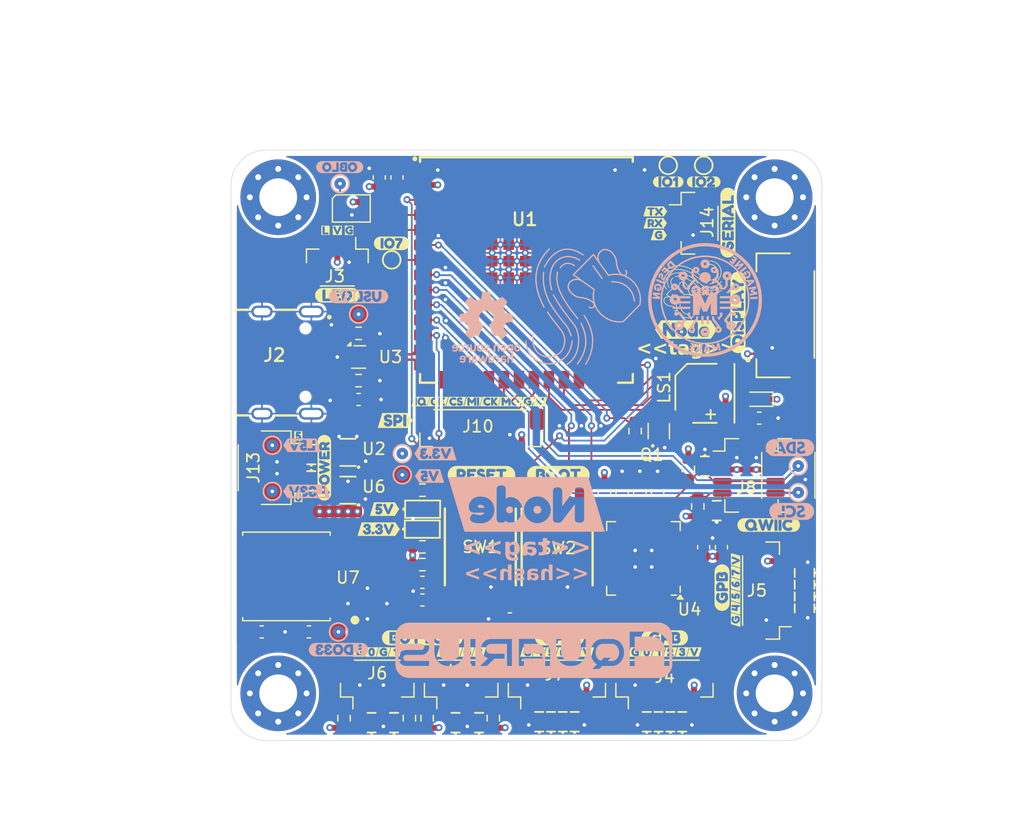
<source format=kicad_pcb>
(kicad_pcb (version 20241229) (generator "pcbnew") (generator_version "9.0")
  (title_block (title "Node Hardware") (date "<<release-date>>") (rev "<<tag>>") (comment 1 "<<hash>>"))
  (layers (0 "F.Cu" signal) (4 "In1.Cu" power) (6 "In2.Cu" power) (2 "B.Cu" signal) (13 "F.Paste" user) (15 "B.Paste" user) (5 "F.SilkS" user "F.Silkscreen") (7 "B.SilkS" user "B.Silkscreen") (1 "F.Mask" user) (3 "B.Mask" user) (25 "Edge.Cuts" user))
  (net 0 "")
  (net 1 "GND")
  (net 2 "+3.3V")
  (net 3 "EN")
  (net 4 "BOOT")
  (net 5 "OBL")
  (net 6 "OBL_OUT")
  (net 7 "I2C_SDA")
  (net 8 "I2C_SCL")
  (net 11 "LCD_BL")
  (net 12 "T_SCL")
  (net 13 "LCD_CS")
  (net 15 "LCD_SDO")
  (net 17 "T_INT")
  (net 19 "LCD_SDI")
  (net 20 "D_P")
  (net 21 "LCD_SCK")
  (net 24 "RX")
  (net 25 "BUZZER")
  (net 26 "D_N")
  (net 27 "SD_CS")
  (net 28 "T_SDA")
  (net 29 "LCD_DC")
  (net 30 "LCD_RS")
  (net 31 "T_RESET")
  (net 32 "SPI_CLK")
  (net 33 "SPI_MISO")
  (net 34 "SPI_CS0")
  (net 35 "TX")
  (net 36 "SPI_CE0")
  (net 37 "+5V")
  (net 38 "SPI_MOSI")
  (net 39 "/PIO/BTN1")
  (net 40 "/PIO/BTN2")
  (net 41 "/PIO/BTN3")
  (net 42 "/Power/CC1")
  (net 43 "USB_D_N")
  (net 44 "USB_D_P")
  (net 46 "PIO_INTA")
  (net 47 "PIO_INTB")
  (net 49 "/Power/CC2")
  (net 52 "/PIO/A0")
  (net 53 "/PIO/A1")
  (net 54 "/PIO/A2")
  (net 55 "/PIO/PIO_RESET")
  (net 56 "USB_5V")
  (net 57 "LINE_5V")
  (net 59 "Net-(U1-IO1)")
  (net 60 "Net-(U1-IO2)")
  (net 61 "Net-(U1-IO7)")
  (net 62 "SPI_IRQ0")
  (net 63 "/PIO/GPB0")
  (net 64 "/PIO/GPB1")
  (net 65 "/PIO/GPB2")
  (net 66 "/PIO/GPB3")
  (net 67 "/PIO/GPB4")
  (net 68 "/PIO/GPB5")
  (net 69 "/PIO/GPB6")
  (net 70 "/PIO/GPB7")
  (net 71 "/PIO/GPA4")
  (net 72 "/PIO/GPA5")
  (net 73 "/PIO/GPA6")
  (net 74 "/PIO/GPA7")
  (net 75 "LEDS")
  (net 78 "LDO_V33")
  (net 80 "Net-(Q1-B)")
  (net 81 "/Peripherals/BUZZ_GND")
  (net 82 "/PIO/BTN0")
  (net 83 "/Power/V5LED")
  (net 84 "/Power/V3.3LED")
  (net 85 "LINE_V33")
  (footprint "kibuzzard-683C5017" (layer "F.Cu") (at 100 52.7)
    (property "Reference" "kibuzzard-683C5017" (hide yes))
    (property "Value" "G***" (hide yes))
  )
  (footprint "kibuzzard-6810346D" (layer "F.Cu") (at 73.6 57.9)
    (property "Reference" "kibuzzard-6810346D" (hide yes))
    (property "Value" "G***" (hide yes))
  )
  (footprint "kibuzzard-681420D5" (layer "F.Cu") (at 97.175 92.5)
    (property "Reference" "kibuzzard-681420D5" (hide yes))
    (property "Value" "G***" (hide yes))
  )
  (footprint "kibuzzard-68153CC4" (layer "F.Cu") (at 85.075 92.5)
    (property "Reference" "kibuzzard-68153CC4" (hide yes))
    (property "Value" "G***" (hide yes))
  )
  (footprint "kibuzzard-68153CDD" (layer "F.Cu") (at 70.9 92.5)
    (property "Reference" "kibuzzard-68153CDD" (hide yes))
    (property "Value" "G***" (hide yes))
  )
  (footprint "CRGM Switches:EVQ-Q2B02W" (layer "F.Cu") (at 81.1 83.6 90)
    (property "Reference" "SW1")
    (property "Value" "EVQ-Q2B02W")
  )
  (footprint "kibuzzard-68142043" (layer "F.Cu") (at 87.075 92.5)
    (property "Reference" "kibuzzard-68142043" (hide yes))
    (property "Value" "G***" (hide yes))
  )
  (footprint "CRGM Passive:DFN1006-2" (layer "F.Cu") (at 66.8 78.05 -90)
    (property "Reference" "D25" (hide yes))
    (property "Value" "PESD3V3S1BL" (hide yes))
  )
  (footprint "Package_TO_SOT_SMD:SOT-666" (layer "F.Cu") (at 70.8 67.525)
    (property "Reference" "U3")
    (property "Value" "USBLC6-2P6" (hide yes))
  )
  (footprint "Resistor_SMD:R_0603_1608Metric" (layer "F.Cu") (at 75.1 98.1 90)
    (property "Reference" "R13" (hide yes))
    (property "Value" "10K" (hide yes))
  )
  (footprint "Capacitor_SMD:C_0603_1608Metric" (layer "F.Cu") (at 83.6 89.7 180)
    (property "Reference" "C5" (hide yes))
    (property "Value" "0.1uF" (hide yes))
  )
  (footprint "Resistor_SMD:R_0603_1608Metric" (layer "F.Cu") (at 91.6 78.97564 -90)
    (property "Reference" "R9" (hide yes))
    (property "Value" "10K" (hide yes))
  )
  (footprint "CRGM Passive:DFN1006-2" (layer "F.Cu") (at 81 98.45 90)
    (property "Reference" "D15" (hide yes))
    (property "Value" "PESD3V3S1BL" (hide yes))
  )
  (footprint "kibuzzard-68153CCE" (layer "F.Cu") (at 80 92.5)
    (property "Reference" "kibuzzard-68153CCE" (hide yes))
    (property "Value" "G***" (hide yes))
  )
  (footprint "CRGM Connector:JST_SH_BM08B-SRSS-TB_1x08-1MP_P1.00mm_Vertical" (layer "F.Cu") (at 81.1 74)
    (property "Reference" "J10")
    (property "Value" "BM08B-SRSS-TB")
  )
  (footprint "kibuzzard-680D0262" (layer "F.Cu") (at 69 62.3)
    (property "Reference" "kibuzzard-680D0262" (hide yes))
    (property "Value" "G***" (hide yes))
  )
  (footprint "kibuzzard-68154095" (layer "F.Cu") (at 102.7 84.75 90)
    (property "Reference" "kibuzzard-68154095" (hide yes))
    (property "Value" "G***" (hide yes))
  )
  (footprint "kibuzzard-683B594D" (layer "F.Cu") (at 67.9 76.9 90)
    (property "Reference" "kibuzzard-683B594D" (hide yes))
    (property "Value" "G***" (hide yes))
  )
  (footprint "CRGM Passive:DFN1006-2" (layer "F.Cu") (at 66.8 75.75 90)
    (property "Reference" "D20" (hide yes))
    (property "Value" "PESD5V5C1BL" (hide yes))
  )
  (footprint "Capacitor_SMD:C_0603_1608Metric" (layer "F.Cu") (at 70.8 71.125)
    (property "Reference" "C6" (hide yes))
    (property "Value" "0.1uF" (hide yes))
  )
  (footprint "kibuzzard-685EFB19" (layer "F.Cu") (at 98.5 65.2)
    (property "Reference" "kibuzzard-685EFB19" (hide yes))
    (property "Value" "G***" (hide yes))
  )
  (footprint "Resistor_SMD:R_0603_1608Metric" (layer "F.Cu") (at 76.2 85.1)
    (property "Reference" "R3" (hide yes))
    (property "Value" "10K" (hide yes))
  )
  (footprint "Capacitor_SMD:C_0603_1608Metric" (layer "F.Cu") (at 101.5 83.625 90)
    (property "Reference" "C9" (hide yes))
    (property "Value" "0.1uF" (hide yes))
  )
  (footprint "CRGM Passive:DFN1006-2" (layer "F.Cu") (at 108.5 87.8 180)
    (property "Reference" "D9" (hide yes))
    (property "Value" "PESD3V3S1BL" (hide yes))
  )
  (footprint "kibuzzard-681420DA" (layer "F.Cu") (at 81 92.5)
    (property "Reference" "kibuzzard-681420DA" (hide yes))
    (property "Value" "G***" (hide yes))
  )
  (footprint "Resistor_SMD:R_0603_1608Metric" (layer "F.Cu") (at 76.2 83.6)
    (property "Reference" "R16" (hide yes))
    (property "Value" "1K" (hide yes))
  )
  (footprint "kibuzzard-68574AC2" (layer "F.Cu") (at 73 80.4)
    (property "Reference" "kibuzzard-68574AC2" (hide yes))
    (property "Value" "G***" (hide yes))
  )
  (footprint "kibuzzard-683921F2" (layer "F.Cu") (at 102.05 56.15 90)
    (property "Reference" "kibuzzard-683921F2" (hide yes))
    (property "Value" "G***" (hide yes))
  )
  (footprint "CRGM Mechanical:MountingHole_3.2mm_M3_Pad_Via" (layer "F.Cu") (at 64 96)
    (property "Reference" "H1" (hide yes))
    (property "Value" "MountingHole_Pad" (hide yes))
  )
  (footprint "kibuzzard-68153CC9" (layer "F.Cu") (at 79 92.5)
    (property "Reference" "kibuzzard-68153CC9" (hide yes))
    (property "Value" "G***" (hide yes))
  )
  (footprint "CRGM Mechanical:MountingHole_3.2mm_M3_Pad_Via" (layer "F.Cu") (at 64 54)
    (property "Reference" "H2" (hide yes))
    (property "Value" "MountingHole_Pad" (hide yes))
  )
  (footprint "kibuzzard-68574A9F" (layer "F.Cu") (at 95.9 55.2)
    (property "Reference" "kibuzzard-68574A9F" (hide yes))
    (property "Value" "G***" (hide yes))
  )
  (footprint "CRGM Connector:JST_SH_BM03B-SRSS-TB_1x03-1MP_P1.00mm_Vertical" (layer "F.Cu") (at 99.2 56.2 -90)
    (property "Reference" "J14")
    (property "Value" "BM03B-SRSS-TB")
  )
  (footprint "CRGM Mechanical:MountingHole_3.2mm_M3_Pad_Via" (layer "F.Cu") (at 106 54)
    (property "Reference" "H3" (hide yes))
    (property "Value" "MountingHole_Pad" (hide yes))
  )
  (footprint "CRGM Connector:JST_SH_BM06B-SRSS-TB_1x06-1MP_P1.00mm_Vertical" (layer "F.Cu") (at 105.3 87.3 90)
    (property "Reference" "J5")
    (property "Value" "BM06B-SRSS-TB")
  )
  (footprint "kibuzzard-68142030" (layer "F.Cu") (at 89.075 92.5)
    (property "Reference" "kibuzzard-68142030" (hide yes))
    (property "Value" "G***" (hide yes))
  )
  (footprint "kibuzzard-68574A7C" (layer "F.Cu") (at 96.2 57.2)
    (property "Reference" "kibuzzard-68574A7C" (hide yes))
    (property "Value" "G***" (hide yes))
  )
  (footprint "Capacitor_SMD:C_0603_1608Metric" (layer "F.Cu") (at 100 83.625 90)
    (property "Reference" "C14" (hide yes))
    (property "Value" "1uF" (hide yes))
  )
  (footprint "kibuzzard-68154095" (layer "F.Cu") (at 90.1 92.5)
    (property "Reference" "kibuzzard-68154095" (hide yes))
    (property "Value" "G***" (hide yes))
  )
  (footprint "CRGM Connector:JST_SH_BM04B-SRSS-TB_1x04-1MP_P1.00mm_Vertical" (layer "F.Cu") (at 79.48 95.2)
    (property "Reference" "J11")
    (property "Value" "BM04B-SRSS-TB")
  )
  (footprint "CRGM Connector:JST_SH_BM06B-SRSS-TB_1x06-1MP_P1.00mm_Vertical" (layer "F.Cu") (at 87.58 95.2)
    (property "Reference" "J7")
    (property "Value" "BM06B-SRSS-TB")
  )
  (footprint "CRGM Passive:DFN1006-2" (layer "F.Cu") (at 79 98.45 90)
    (property "Reference" "D14" (hide yes))
    (property "Value" "PESD3V3S1BL" (hide yes))
  )
  (footprint "CRGM Mechanical:TestPoint_Pad_D1.0mm" (layer "F.Cu") (at 100 51.3)
    (property "Reference" "TP6" (hide yes))
    (property "Value" "TP" (hide yes))
  )
  (footprint "CRGM Passive:DFN1006-2" (layer "F.Cu") (at 86.08 98.375 90)
    (property "Reference" "D16" (hide yes))
    (property "Value" "PESD3V3S1BL" (hide yes))
  )
  (footprint "Resistor_SMD:R_0603_1608Metric" (layer "F.Cu") (at 98.7 77 -90)
    (property "Reference" "R1" (hide yes))
    (property "Value" "4.7K" (hide yes))
  )
  (footprint "CRGM Mechanical:TestPoint_Pad_D1.0mm" (layer "F.Cu") (at 73.6 59.3)
    (property "Reference" "TP7" (hide yes))
    (property "Value" "TP" (hide yes))
  )
  (footprint "kibuzzard-68194F3F" (layer "F.Cu") (at 85.1 71.3)
    (property "Reference" "kibuzzard-68194F3F" (hide yes))
    (property "Value" "G***" (hide yes))
  )
  (footprint "CRGM Connector:JST_SH_BM04B-SRSS-TB_1x04-1MP_P1.00mm_Vertical" (layer "F.Cu") (at 72.38 95.2)
    (property "Reference" "J6")
    (property "Value" "BM04B-SRSS-TB")
  )
  (footprint "kibuzzard-68142199" (layer "F.Cu") (at 68 56.8)
    (property "Reference" "kibuzzard-68142199" (hide yes))
    (property "Value" "G***" (hide yes))
  )
  (footprint "kibuzzard-681420DA" (layer "F.Cu") (at 98.175 92.5)
    (property "Reference" "kibuzzard-681420DA" (hide yes))
    (property "Value" "G***" (hide yes))
  )
  (footprint "kibuzzard-68194F50" (layer "F.Cu") (at 86.15 71.3)
    (property "Reference" "kibuzzard-68194F50" (hide yes))
    (property "Value" "G***" (hide yes))
  )
  (footprint "Resistor_SMD:R_0603_1608Metric" (layer "F.Cu") (at 94.6 78.97564 90)
    (property "Reference" "R7" (hide yes))
    (property "Value" "10K" (hide yes))
  )
  (footprint "Resistor_SMD:R_0603_1608Metric" (layer "F.Cu") (at 70.8 65.525)
    (property "Reference" "R11" (hide yes))
    (property "Value" "5.1K" (hide yes))
  )
  (footprint "CRGM Connector:JST_SH_SM04B-SRSS-TB_1x04-1MP_P1.00mm_Horizontal" (layer "F.Cu") (at 63.3 76.9 -90)
    (property "Reference" "J13")
    (property "Value" "SM04B-SRSS-TB")
  )
  (footprint "kibuzzard-68142039" (layer "F.Cu") (at 88.075 92.5)
    (property "Reference" "kibuzzard-68142039" (hide yes))
    (property "Value" "G***" (hide yes))
  )
  (footprint "CRGM Passive:DFN1006-2" (layer "F.Cu") (at 100.1 76.8 -90)
    (property "Reference" "D22" (hide yes))
    (property "Value" "PESD3V3S1BL" (hide yes))
  )
  (footprint "LED_SMD:LED_WS2812B-2020_PLCC4_2.0x2.0mm" (layer "F.Cu") (at 70.185 54.95)
    (property "Reference" "D1" (hide yes))
    (property "Value" "WS2812B-2020" (hide yes))
  )
  (footprint "CRG Makes:ESP32-S3-WROOM-1-N8R2" (layer "F.Cu") (at 85 56.95)
    (property "Reference" "U1")
    (property "Value" "ESP32-S3-WROOM-1-N8R2" (hide yes))
  )
  (footprint "CRGM Passive:DFN1006-2" (layer "F.Cu") (at 97.18 98.375 90)
    (property "Reference" "D6" (hide yes))
    (property "Value" "PESD3V3S1BL" (hide yes))
  )
  (footprint "kibuzzard-6857318D" (layer "F.Cu") (at 105.5 81.75)
    (property "Reference" "kibuzzard-6857318D" (hide yes))
    (property "Value" "G***" (hide yes))
  )
  (footprint "CRG Makes:FUET-5025" (layer "F.Cu") (at 100.1 70.6 90)
    (property "Reference" "LS1")
    (property "Value" "FUET-5025" (hide yes))
  )
  (footprint "kibuzzard-680D06A5" (layer "F.Cu") (at 87.7 77.5)
    (property "Reference" "kibuzzard-680D06A5" (hide yes))
    (property "Value" "G***" (hide yes))
  )
  (footprint "Resistor_SMD:R_0603_1608Metric" (layer "F.Cu") (at 93.1 78.97564 90)
    (property "Reference" "R8" (hide yes))
    (property "Value" "10K" (hide yes))
  )
  (footprint "CRGM Connector:JST_SH_BM04B-SRSS-TB_1x04-1MP_P1.00mm_Vertical" (layer "F.Cu") (at 102.9 77.55 -90)
    (property "Reference" "J8")
    (property "Value" "BM04B-SRSS-TB")
  )
  (footprint "kibuzzard-681420F3" (layer "F.Cu") (at 87.8 91.3)
    (property "Reference" "kibuzzard-681420F3" (hide yes))
    (property "Value" "G***" (hide yes))
  )
  (footprint "kibuzzard-6812E3BB" (layer "F.Cu") (at 81.95 71.3)
    (property "Reference" "kibuzzard-6812E3BB" (hide yes))
    (property "Value" "G***" (hide yes))
  )
  (footprint "kibuzzard-6812E37E" (layer "F.Cu") (at 77.5 71.3)
    (property "Reference" "kibuzzard-6812E37E" (hide yes))
    (property "Value" "G***" (hide yes))
  )
  (footprint "kibuzzard-6812E3AD" (layer "F.Cu") (at 80.5 71.3)
    (property "Reference" "kibuzzard-6812E3AD" (hide yes))
    (property "Value" "G***" (hide yes))
  )
  (footprint "CRGM Passive:LED_0603_1608Metric" (layer "F.Cu") (at 76.225 80.41)
    (property "Reference" "D23" (hide yes))
    (property "Value" "Orange" (hide yes))
  )
  (footprint "CRGM Passive:DFN1006-2" (layer "F.Cu") (at 73.8 98.45 90)
    (property "Reference" "D13" (hide yes))
    (property "Value" "PESD3V3S1BL" (hide yes))
  )
  (footprint "CRGM Connector:JST_SH_BM06B-SRSS-TB_1x06-1MP_P1.00mm_Vertical" (layer "F.Cu") (at 96.68 95.2)
    (property "Reference" "J4")
    (property "Value" "BM06B-SRSS-TB")
  )
  (footprint "kibuzzard-68142043" (layer "F.Cu") (at 102.7 87.775 90)
    (property "Reference" "kibuzzard-68142043" (hide yes))
    (property "Value" "G***" (hide yes))
  )
  (footprint "Capacitor_SMD:C_0603_1608Metric" (layer "F.Cu") (at 72.55 52.325 90)
    (property "Reference" "C2" (hide yes))
    (property "Value" "10uF" (hide yes))
  )
  (footprint "kibuzzard-68153CC4" (layer "F.Cu") (at 78 92.5)
    (property "Reference" "kibuzzard-68153CC4" (hide yes))
    (property "Value" "G***" (hide yes))
  )
  (footprint "Capacitor_SMD:C_0603_1608Metric" (layer "F.Cu") (at 62.6 90.8)
    (property "Reference" "C12" (hide yes))
    (property "Value" "10uF" (hide yes))
  )
  (footprint "CRGM Passive:DFN1006-2" (layer "F.Cu") (at 108.5 88.8 180)
    (property "Reference" "D8" (hide yes))
    (property "Value" "PESD3V3S1BL" (hide yes))
  )
  (footprint "kibuzzard-68142110" (layer "F.Cu") (at 96.7 91.3)
    (property "Reference" "kibuzzard-68142110" (hide yes))
    (property "Value" "G***" (hide yes))
  )
  (footprint "Package_TO_SOT_SMD:SOT-523" (layer "F.Cu") (at 96.2 73.8 90)
    (property "Reference" "Q1")
    (property "Value" "MMBT2222A" (hide yes))
  )
  (footprint "kibuzzard-68153CEB" (layer "F.Cu") (at 72.9 92.5)
    (property "Reference" "kibuzzard-68153CEB" (hide yes))
    (property "Value" "G***" (hide yes))
  )
  (footprint "kibuzzard-68153CE4" (layer "F.Cu") (at 71.9 92.5)
    (property "Reference" "kibuzzard-68153CE4" (hide yes))
    (property "Value" "G***" (hide yes))
  )
  (footprint "kibuzzard-6814204F" (layer "F.Cu") (at 102.7 88.775 90)
    (property "Reference" "kibuzzard-6814204F" (hide yes))
    (property "Value" "G***" (hide yes))
  )
  (footprint "CRGM Passive:DFN1006-2" (layer "F.Cu") (at 89.08 98.375 90)
    (property "Reference" "D19" (hide yes))
    (property "Value" "PESD3V3S1BL" (hide yes))
  )
  (footprint "CRGM Mechanical:TestPoint_Pad_D1.0mm" (layer "F.Cu") (at 97 51.3)
    (property "Reference" "TP5" (hide yes))
    (property "Value" "TP" (hide yes))
  )
  (footprint "Capacitor_SMD:C_0603_1608Metric" (layer "F.Cu") (at 76.2 86.6 180)
    (property "Reference" "C3" (hide yes))
    (property "Value" "1uF" (hide yes))
  )
  (footprint "kibuzzard-683B5376" (layer "F.Cu") (at 65.7 79.4)
    (property "Reference" "kibuzzard-683B5376" (hide yes))
    (property "Value" "G***" (hide yes))
  )
  (footprint "kibuzzard-6814212B" (layer "F.Cu") (at 101.55 87.05 90)
    (property "Reference" "kibuzzard-6814212B" (hide yes))
    (property "Value" "G***" (hide yes))
  )
  (footprint "kibuzzard-68153CC4" (layer "F.Cu") (at 94.2 92.5)
    (property "Reference" "kibuzzard-68153CC4" (hide yes))
    (property "Value" "G***" (hide yes))
  )
  (footprint "CRGM Connector:JST_SH_BM03B-SRSS-TB_1x03-1MP_P1.00mm_Vertical" (layer "F.Cu") (at 69 59.5 180)
    (property "Reference" "J3")
    (property "Value" "BM03B-SRSS-TB")
  )
  (footprint "kibuzzard-6812E3A0" (layer "F.Cu") (at 79.05 71.3)
    (property "Reference" "kibuzzard-6812E3A0" (hide yes))
    (property "Value" "G***" (hide yes))
  )
  (footprint "kibuzzard-68142039" (layer "F.Cu") (at 102.7 86.775 90)
    (property "Reference" "kibuzzard-68142039" (hide yes))
    (property "Value" "G***" (hide yes))
  )
  (footprint "kibuzzard-683C500B" (layer "F.Cu") (at 97 52.7)
    (property "Reference" "kibuzzard-683C500B" (hide yes))
    (property "Value" "G***" (hide yes))
  )
  (footprint "Resistor_SMD:R_0603_1608Metric" (layer "F.Cu") (at 76.6 98.1 90)
    (property "Reference" "R5" (hide yes))
    (property "Value" "10K" (hide yes))
  )
  (footprint "kibuzzard-6814204F" (layer "F.Cu") (at 86.075 92.5)
    (property "Reference" "kibuzzard-6814204F" (hide yes))
    (property "Value" "G***" (hide yes))
  )
  (footprint "CRGM Passive:LED_0603_1608Metric" (layer "F.Cu") (at 76.2 82.1)
    (property "Reference" "D24" (hide yes))
    (property "Value" "Blue" (hide yes))
  )
  (footprint "Capacitor_SMD:C_0603_1608Metric" (layer "F.Cu") (at 74.05 52.325 90)
    (property "Reference" "C1" (hide yes))
    (property "Value" "0.1uF" (hide yes))
  )
  (footprint "CRGM Passive:DFN1006-2" (layer "F.Cu") (at 98.18 98.375 90)
    (property "Reference" "D7" (hide yes))
    (property "Value" "PESD3V3S1BL" (hide yes))
  )
  (footprint "Capacitor_SMD:C_0603_1608Metric" (layer "F.Cu") (at 66.6 90.8 180)
    (property "Reference" "C11" (hide yes))
    (property "Value" "10uF" (hide yes))
  )
  (footprint "CRGM Passive:DFN1006-2" (layer "F.Cu") (at 101.1 80.5 90)
    (property "Reference" "D21" (hide yes))
    (property "Value" "PESD3V3S1BL" (hide yes))
  )
  (footprint "CRGM Passive:DFN1006-2" (layer "F.Cu") (at 71.9 98.45 90)
    (property "Reference" "D12" (hide yes))
    (property "Value" "PESD3V3S1BL" (hide yes))
  )
  (footprint "kibuzzard-6812E420" (layer "F.Cu") (at 76.05 71.3)
    (property "Reference" "kibuzzard-6812E420" (hide yes))
    (property "Value" "G***" (hide yes))
  )
  (footprint "CRGM Power:TO-252-2" (layer "F.Cu") (at 64.6925 86.1 180)
    (property "Reference" "U7")
    (property "Value" "AZ1084-3.3" (hide yes))
  )
  (footprint "kibuzzard-68574AD3" (layer "F.Cu") (at 72.5 82.1)
    (property "Reference" "kibuzzard-68574AD3" (hide yes))
    (property "Value" "G***" (hide yes))
  )
  (footprint "kibuzzard-680D069E" (layer "F.Cu") (at 81.2 77.5)
    (property "Reference" "kibuzzard-680D069E" (hide yes))
    (property "Value" "G***" (hide yes))
  )
  (footprint "Resistor_SMD:R_0603_1608Metric" (layer "F.Cu") (at 70.8 69.525)
    (property "Reference" "R10" (hide yes))
    (property "Value" "5.1K" (hide yes))
  )
  (footprint "CRGM Connector:XF2M-1415-1A" (layer "F.Cu") (at 106.70849 64 -90)
    (property "Reference" "J1")
    (property "Value" "XF2M-1415-1A")
  )
  (footprint "kibuzzard-68574A8F" (layer "F.Cu") (at 95.9 56.2)
    (property "Reference" "kibuzzard-68574A8F" (hide yes))
    (property "Value" "G***" (hide yes))
  )
  (footprint "CRGM Mechanical:MountingHole_3.2mm_M3_Pad_Via" (layer "F.Cu") (at 106 96)
    (property "Reference" "H4" (hide yes))
    (property "Value" "MountingHole_Pad" (hide yes))
  )
  (footprint "kibuzzard-681421A9" (layer "F.Cu") (at 70 56.8)
    (property "Reference" "kibuzzard-681421A9" (hide yes))
    (property "Value" "G***" (hide yes))
  )
  (footprint "CRGM Passive:DFN1006-2" (layer "F.Cu") (at 87.08 98.375 90)
    (property "Reference" "D17" (hide yes))
    (property "Value" "PESD3V3S1BL" (hide yes))
  )
  (footprint "Capacitor_SMD:C_0603_1608Metric" (layer "F.Cu") (at 104.7 72.7)
    (property "Reference" "C10" (hide yes))
    (property "Value" "1uF" (hide yes))
  )
  (footprint "kibuzzard-68574B95" (layer "F.Cu") (at 73.9 72.9)
    (property "Reference" "kibuzzard-68574B95" (hide yes))
    (property "Value" "G***" (hide yes))
  )
  (footprint "kibuzzard-6812E3C5" (layer "F.Cu") (at 83.65 71.3)
    (property "Reference" "kibuzzard-6812E3C5" (hide yes))
    (property "Value" "G***" (hide yes))
  )
  (footprint "kibuzzard-681420E9" (layer "F.Cu") (at 76.2 91.3)
    (property "Reference" "kibuzzard-681420E9" (hide yes))
    (property "Value" "G***" (hide yes))
  )
  (footprint "CRGM Connector:JST_SH_BM04B-SRSS-TB_1x04-1MP_P1.00mm_Vertical" (layer "F.Cu") (at 107.4 77.55 -90)
    (property "Reference" "J9" (hide yes))
    (property "Value" "BM04B-SRSS-TB")
  )
  (footprint "CRGM Passive:DFN1006-2" (layer "F.Cu") (at 108.5 85.8 180)
    (property "Reference" "D11" (hide yes))
    (property "Value" "PESD3V3S1BL" (hide yes))
  )
  (footprint "Package_DFN_QFN:QFN-28-1EP_6x6mm_P0.65mm_EP4.25x4.25mm" (layer "F.Cu") (at 94.9 84.57564 180)
    (property "Reference" "U4")
    (property "Value" "MCP23017T-E/ML" (hide yes))
  )
  (footprint "kibuzzard-683B5370" (layer "F.Cu") (at 65.7 74.2)
    (property "Reference" "kibuzzard-683B5370" (hide yes))
    (property "Value" "G***" (hide yes))
  )
  (footprint "kibuzzard-6815408B" (layer "F.Cu") (at 102.7 89.775 90)
    (property "Reference" "kibuzzard-6815408B" (hide yes))
    (property "Value" "G***" (hide yes))
  )
  (footprint "CRGM Switches:EVQ-Q2B02W" (layer "F.Cu") (at 87.6 83.6 90)
    (property "Reference" "SW2")
    (property "Value" "EVQ-Q2B02W")
  )
  (footprint "Resistor_SMD:R_0603_1608Metric" (layer "F.Cu") (at 96.1 78.97564 90)
    (property "Reference" "R6" (hide yes))
    (property "Value" "10K" (hide yes))
  )
  (footprint "CRGM Passive:DFN1006-2" (layer "F.Cu") (at 88.08 98.375 90)
    (property "Reference" "D18" (hide yes))
    (property "Value" "PESD3V3S1BL" (hide yes))
  )
  (footprint "CRGM Logos:Aquarius Logo 5mm" (layer "F.Cu") (at 101.769017 61.872096 90)
    (property "Reference" "LOGO4" (hide yes))
    (property "Value" "~" (hide yes))
  )
  (footprint "kibuzzard-68142030" (layer "F.Cu") (at 102.7 85.775 90)
    (property "Reference" "kibuzzard-68142030" (hide yes))
    (property "Value" "G***" (hide yes))
  )
  (footprint "kibuzzard-681420CD" (layer "F.Cu") (at 95.175 92.5)
    (property "Reference" "kibuzzard-681420CD" (hide yes))
    (property "Value" "G***" (hide yes))
  )
  (footprint "Resistor_SMD:R_0603_1608Metric" (layer "F.Cu") (at 69.57 98.1 90)
    (property "Reference" "R14" (hide yes))
    (property "Value" "10K" (hide yes))
  )
  (footprint "CRGM Connector:GCT_USB4105-GF-A" (layer "F.Cu") (at 62.625 68 -90)
    (property "Reference" "J2")
    (property "Value" "USB_C_USB2.0_16P" (hide yes))
  )
  (footprint "kibuzzard-68153CEF" (layer "F.Cu") (at 73.9 92.5)
    (property "Reference" "kibuzzard-68153CEF" (hide yes))
    (property "Value" "G***" (hide yes))
  )
  (footprint "Resistor_SMD:R_0603_1608Metric" (layer "F.Cu") (at 76.2 78.8)
    (property "Reference" "R15" (hide yes))
    (property "Value" "4.7K" (hide yes))
  )
  (footprint "kibuzzard-68154095" (layer "F.Cu") (at 99.2 92.5)
    (property "Reference" "kibuzzard-68154095" (hide yes))
    (property "Value" "G***" (hide yes))
  )
  (footprint "kibuzzard-681421A1" (layer "F.Cu") (at 69 56.8)
    (property "Reference" "kibuzzard-681421A1" (hide yes))
    (property "Value" "G***" (hide yes))
  )
  (footprint "Capacitor_SMD:C_0603_1608Metric" (layer "F.Cu") (at 76.2 88.1 180)
    (property "Reference" "C4" (hide yes))
    (property "Value" "0.1uF" (hide yes))
  )
  (footprint "Resistor_SMD:R_0603_1608Metric" (layer "F.Cu") (at 82.2 98.1 90)
    (property "Reference" "R4" (hide yes))
    (property "Value" "10K" (hide yes))
  )
  (footprint "kibuzzard-681420D1" (layer "F.Cu") (at 96.175 92.5)
    (property "Reference" "kibuzzard-681420D1" (hide yes))
    (property "Value" "G***" (hide yes))
  )
  (footprint "CRGM Power:SOTFL50P160X60-8N" (layer "F.Cu") (at 69.9 78.8 180)
    (property "Reference" "U6")
    (property "Value" "LM66200DRLR" (hide yes))
  )
  (footprint "CRGM Power:SOTFL50P160X60-8N" (layer "F.Cu") (at 69.9 75.6 180)
    (property "Reference" "U2")
    (property "Value" "LM66200DRLR" (hide yes))
  )
  (footprint "CRGM Passive:DFN1006-2" (layer "F.Cu") (at 95.18 98.375 90)
    (property "Reference" "D4" (hide yes))
    (property "Value" "PESD3V3S1BL" (hide yes))
  )
  (footprint "CRGM Passive:DFN1006-2" (layer "F.Cu") (at 96.18 98.375 90)
    (property "Reference" "D5" (hide yes))
    (property "Value" "PESD3V3S1BL" (hide yes))
  )
  (footprint "kibuzzard-68392226" (layer "F.Cu") (at 102.9 63.75 90)
    (property "Reference" "kibuzzard-68392226" (hide yes))
    (property "Value" "G***" (hide yes))
  )
  (footprint "Resistor_SMD:R_0603_1608Metric" (layer "F.Cu") (at 94.2 73.8 -90)
    (property "Reference" "R12" (hide yes))
    (property "Value" "1K" (hide yes))
  )
  (footprint "Resistor_SMD:R_0603_1608Metric" (layer "F.Cu") (at 99.5 80.175 90)
    (property "Reference" "R2" (hide yes))
    (property "Value" "4.7K" (hide yes))
  )
  (footprint "CRGM Passive:DFN1006-2" (layer "F.Cu") (at 108.5 86.8 180)
    (property "Reference" "D10" (hide yes))
    (property "Value" "PESD3V3S1BL" (hide yes))
  )
  (footprint "Diode_SMD:D_SOD-523" (layer "F.Cu") (at 104.6 71.1 180)
    (property "Reference" "D2" (hide yes))
    (property "Value" "D_Schottky" (hide yes))
  )
  (footprint "kibuzzard-67B9F9C2" (layer "B.Cu") (at 107.3 75.2 180)
    (property "Reference" "kibuzzard-67B9F9C2" (hide yes))
    (property "Value" "G***" (hide yes))
  )
  (footprint "CRGM Mechanical:TestPoint_Pad_D1.0mm" (layer "B.Cu") (at 69.1 90.8 180)
    (property "Reference" "TP9" (hide yes))
    (property "Value" "TP")
  )
  (footprint "kibuzzard-68366CAF" (layer "B.Cu") (at 69.2 51.45 180)
    (property "Reference" "kibuzzard-68366CAF" (hide yes))
    (property "Value" "G***" (hide yes))
  )
  (footprint "kibuzzard-67B9F9CD" (layer "B.Cu") (at 107.45 80.6 180)
    (property "Reference" "kibuzzard-67B9F9CD" (hide yes))
    (property "Value" "G***" (hide yes))
  )
  (footprint "CRGM Logos:CRGM Logo 5mm" (layer "B.Cu") (at 100.1 62.7 180)
    (property "Reference" "LOGO1" (hide yes))
    (property "Value" "~" (hide yes))
  )
  (footprint "kibuzzard-68103881" (layer "B.Cu") (at 85 80 180)
    (property "Reference" "kibuzzard-68103881" (hide yes))
    (property "Value" "G***" (hide yes))
  )
  (footprint "kibuzzard-6810349E" (layer "B.Cu") (at 70.8 62.4 180)
    (property "Reference" "kibuzzard-6810349E" (hide yes))
    (property "Value" "G***" (hide yes))
  )
  (footprint "CRGM Mechanical:TestPoint_Pad_D1.0mm" (layer "B.Cu") (at 63.5 75 180)
    (property "Reference" "TP10" (hide yes))
    (property "Value" "TP" (hide yes))
  )
  (footprint "CRGM Mechanical:TestPoint_Pad_D1.0mm" (layer "B.Cu") (at 108 79)
    (property "Reference" "TP2" (hide yes))
    (property "Value" "TP" (hide yes))
  )
  (footprint "kibuzzard-68574D8A" (layer "B.Cu") (at 77.3 75.7 180)
    (property "Reference" "kibuzzard-68574D8A" (hide yes))
    (property "Value" "G***" (hide yes))
  )
  (footprint "kibuzzard-68574D75" (layer "B.Cu") (at 66 75 180)
    (property "Reference" "kibuzzard-68574D75" (hide yes))
    (property "Value" "G***" (hide yes))
  )
  (footprint "CRGM Logos:Aquarius Logo 10mm" (layer "B.Cu") (at 89.441737 68.428321 180)
    (property "Reference" "LOGO2" (hide yes))
    (property "Value" "~" (hide yes))
  )
  (footprint "CRGM Mechanical:TestPoint_Pad_D1.0mm" (layer "B.Cu") (at 108 76.75)
    (property "Reference" "TP1" (hide yes))
    (property "Value" "TP" (hide yes))
  )
  (footprint "CRGM Mechanical:TestPoint_Pad_D1.0mm" (layer "B.Cu") (at 74.5 77.5 180)
    (property "Reference" "TP12" (hide yes))
    (property "Value" "TP")
  )
  (footprint "CRGM Mechanical:TestPoint_Pad_D1.0mm" (layer "B.Cu") (at 74.5 75.7 180)
    (property "Reference" "TP8" (hide yes))
    (property "Value" "TP")
  )
  (footprint "Symbol:OSHW-Logo_5.7x6mm_SilkScreen" (layer "B.Cu") (at 81.6 65 180)
    (property "Reference" "LOGO3" (hide yes))
    (property "Value" "~" (hide yes))
  )
  (footprint "kibuzzard-683B54B0" (layer "B.Cu") (at 69.1 92.3 180)
    (property "Reference" "kibuzzard-683B54B0" (hide yes))
    (property "Value" "G***" (hide yes))
  )
  (footprint "CRGM Mechanical:TestPoint_Pad_D1.0mm" (layer "B.Cu") (at 69.235 52.85)
    (property "Reference" "TP3" (hide yes))
    (property "Value" "TP" (hide yes))
  )
  (footprint "kibuzzard-68574D94" (layer "B.Cu") (at 76.8 77.6 180)
    (property "Reference" "kibuzzard-68574D94" (hide yes))
    (property "Value" "G***" (hide yes))
  )
  (footprint "kibuzzard-68574D7F" (layer "B.Cu") (at 66.4 78.9 180)
    (property "Reference" "kibuzzard-68574D7F" (hide yes))
    (property "Value" "G***" (hide yes))
  )
  (footprint "CRGM Mechanical:TestPoint_Pad_D1.0mm" (layer "B.Cu") (at 70.8 63.9 180)
    (property "Reference" "TP4" (hide yes))
    (property "Value" "TP" (hide yes))
  )
  (footprint "CRGM Mechanical:TestPoint_Pad_D1.0mm" (layer "B.Cu") (at 63.5 78.9 180)
    (property "Reference" "TP11" (hide yes))
    (property "Value" "TP" (hide yes))
  )
  (gr_poly (pts (xy 75.018731 90.014823) (xy 74.959254 90.019352) (xy 74.900638 90.02681) (xy 74.842956 90.037123) (xy 74.786282 90.050217) (xy 74.73069 90.066019) (xy 74.676254 90.084454) (xy 74.623048 90.105449) (xy 74.571145 90.12893) (xy 74.52062 90.154822) (xy 74.471546 90.183053) (xy 74.423998 90.213548) (xy 74.378049 90.246233) (xy 74.333773 90.281034) (xy 74.291244 90.317878) (xy 74.250536 90.356691) (xy 74.211723 90.397399) (xy 74.174878 90.439928) (xy 74.140075 90.484204) (xy 74.10739 90.530153) (xy 74.076894 90.577702) (xy 74.048663 90.626776) (xy 74.022769 90.677301) (xy 73.999288 90.729205) (xy 73.978292 90.782413) (xy 73.959856 90.83685) (xy 73.944054 90.892444) (xy 73.930959 90.94912) (xy 73.920645 91.006805) (xy 73.913187 91.065424) (xy 73.908658 91.124904) (xy 73.907132 91.185171) (xy 73.907132 93.528916) (xy 73.908658 93.589183) (xy 73.913187 93.648663) (xy 73.920645 93.707283) (xy 73.930959 93.764967) (xy 73.944054 93.821643) (xy 73.959856 93.877237) (xy 73.978292 93.931675) (xy 73.999288 93.984882) (xy 74.022769 94.036786) (xy 74.048663 94.087312) (xy 74.076894 94.136386) (xy 74.10739 94.183935) (xy 74.140075 94.229884) (xy 74.174878 94.27416) (xy 74.211723 94.316689) (xy 74.250536 94.357396) (xy 74.291244 94.396209) (xy 74.333773 94.433053) (xy 74.378049 94.467855) (xy 74.423998 94.50054) (xy 74.471546 94.531035) (xy 74.52062 94.559265) (xy 74.571145 94.585158) (xy 74.623048 94.608639) (xy 74.676254 94.629633) (xy 74.73069 94.648069) (xy 74.786282 94.66387) (xy 74.842956 94.676965) (xy 74.900638 94.687278) (xy 74.959254 94.694735) (xy 75.018731 94.699264) (xy 75.078994 94.70079) (xy 96.172767 94.70079) (xy 96.233034 94.699264) (xy 96.292514 94.694735) (xy 96.351134 94.687278) (xy 96.408819 94.676965) (xy 96.465495 94.66387) (xy 96.52109 94.648069) (xy 96.575527 94.629633) (xy 96.628735 94.608639) (xy 96.680639 94.585158) (xy 96.731166 94.559265) (xy 96.78024 94.531035) (xy 96.827789 94.50054) (xy 96.873739 94.467855) (xy 96.918015 94.433053) (xy 96.960544 94.396209) (xy 97.001252 94.357396) (xy 97.040066 94.316689) (xy 97.07691 94.27416) (xy 97.111712 94.229884) (xy 97.144398 94.183935) (xy 97.174893 94.136386) (xy 97.203124 94.087312) (xy 97.229017 94.036786) (xy 97.252498 93.984882) (xy 97.273493 93.931675) (xy 97.291928 93.877237) (xy 97.30773 93.821643) (xy 97.320825 93.764967) (xy 97.331138 93.707283) (xy 97.338596 93.648663) (xy 97.343125 93.589183) (xy 97.344651 93.528916) (xy 97.344651 92.22683) (xy 97.083595 92.22683) (xy 97.083595 93.673758) (xy 96.670173 93.673758) (xy 96.670173 92.22683) (xy 96.669632 92.191366) (xy 96.668009 92.15629) (xy 96.665305 92.121601) (xy 96.661519 92.0873) (xy 96.656651 92.053387) (xy 96.650702 92.019861) (xy 96.64367 91.986723) (xy 96.635557 91.953973) (xy 96.626362 91.92161) (xy 96.616084 91.889635) (xy 96.604725 91.858048) (xy 96.592284 91.826848) (xy 96.578761 91.796036) (xy 96.564155 91.765612) (xy 96.548468 91.735575) (xy 96.531698 91.705926) (xy 96.514004 91.676851) (xy 96.495552 91.648534) (xy 96.476341 91.620975) (xy 96.456372 91.594176) (xy 96.435645 91.568136) (xy 96.414158 91.542854) (xy 96.391913 91.518332) (xy 96.368909 91.494568) (xy 96.345146 91.471564) (xy 96.320625 91.449319) (xy 96.295344 91.427833) (xy 96.269303 91.407106) (xy 96.242504 91.387139) (xy 96.214945 91.367931) (xy 96.186626 91.349482) (xy 96.157548 91.331793) (xy 96.127916 91.315022) (xy 96.097929 91.299332) (xy 96.067586 91.284725) (xy 96.036888 91.2712) (xy 96.005834 91.258758) (xy 95.974424 91.247397) (xy 95.94266 91.237118) (xy 95.910539 91.227922) (xy 95.878064 91.219807) (xy 95.845233 91.212775) (xy 95.812047 91.206824) (xy 95.778505 91.201956) (xy 95.744608 91.198169) (xy 95.710357 91.195464) (xy 95.675749 91.193842) (xy 95.640787 91.193301) (xy 94.156639 91.193301) (xy 94.156639 92.43353) (xy 96.467609 92.43353) (xy 96.467609 92.846945) (xy 94.156639 92.846945) (xy 94.156639 93.673758) (xy 93.74324 93.673758) (xy 93.74324 92.53274) (xy 93.25541 92.53274) (xy 93.254901 92.571797) (xy 93.253375 92.610418) (xy 93.250831 92.648603) (xy 93.247271 92.686352) (xy 93.242692 92.723664) (xy 93.237097 92.76054) (xy 93.230484 92.796981) (xy 93.222854 92.832985) (xy 93.214206 92.868553) (xy 93.204541 92.903685) (xy 93.193858 92.938382) (xy 93.182159 92.972642) (xy 93.169442 93.006467) (xy 93.155707 93.039856) (xy 93.140955 93.072809) (xy 93.125186 93.105327) (xy 93.108488 93.13722) (xy 93.09095 93.168306) (xy 93.072572 93.198584) (xy 93.053355 93.228055) (xy 93.033298 93.256718) (xy 93.0124 93.284575) (xy 92.990664 93.311624) (xy 92.968087 93.337865) (xy 92.94467 93.3633) (xy 92.920414 93.387927) (xy 92.895318 93.411748) (xy 92.869382 93.434761) (xy 92.842606 93.456967) (xy 92.814991 93.478365) (xy 92.786535 93.498957) (xy 92.75724 93.518742) (xy 92.72723 93.537514) (xy 92.696622 93.555076) (xy 92.665416 93.571426) (xy 92.633612 93.586564) (xy 92.601211 93.600492) (xy 92.568211 93.613208) (xy 92.534614 93.624713) (xy 92.500419 93.635007) (xy 92.465626 93.644089) (xy 92.430235 93.651961) (xy 92.394247 93.658621) (xy 92.357661 93.664071) (xy 92.320478 93.668309) (xy 92.282697 93.671336) (xy 92.244319 93.673153) (xy 92.205343 93.673758) (xy 91.423997 93.673758) (xy 91.147004 93.934219) (xy 90.584767 93.934219) (xy 90.989917 93.549745) (xy 90.958303 93.531164) (xy 90.927546 93.511598) (xy 90.897646 93.491047) (xy 90.868602 93.469512) (xy 90.840414 93.446991) (xy 90.813082 93.423486) (xy 90.786606 93.398996) (xy 90.760987 93.373521) (xy 90.736223 93.347062) (xy 90.712315 93.319617) (xy 90.689263 93.291188) (xy 90.667067 93.261774) (xy 90.645726 93.231375) (xy 90.62524 93.199991) (xy 90.60561 93.167622) (xy 90.586835 93.134269) (xy 90.569065 93.100186) (xy 90.552441 93.065635) (xy 90.536963 93.030615) (xy 90.522633 92.995128) (xy 90.509448 92.959172) (xy 90.49741 92.922748) (xy 90.486519 92.885856) (xy 90.476774 92.848495) (xy 90.468176 92.810666) (xy 90.460724 92.772368) (xy 90.454418 92.733602) (xy 90.449259 92.694367) (xy 90.445246 92.654663) (xy 90.44238 92.614491) (xy 90.44066 92.57385) (xy 90.440145 92.53688) (xy 90.018393 92.53688) (xy 90.018045 92.566214) (xy 90.017004 92.595306) (xy 90.015268 92.624156) (xy 90.012837 92.652764) (xy 90.009713 92.68113) (xy 90.005894 92.709253) (xy 90.00138 92.737135) (xy 89.996172 92.764774) (xy 89.99027 92.79217) (xy 89.983673 92.819325) (xy 89.976382 92.846237) (xy 89.968396 92.872906) (xy 89.959716 92.899333) (xy 89.950341 92.925518) (xy 89.940273 92.951459) (xy 89.929509 92.977158) (xy 89.91814 93.002553) (xy 89.906254 93.027577) (xy 89.893851 93.052229) (xy 89.880932 93.07651) (xy 89.867496 93.100419) (xy 89.853543 93.123957) (xy 89.839073 93.147123) (xy 89.824087 93.169918) (xy 89.808584 93.192342) (xy 89.792565 93.214394) (xy 89.77603 93.236075) (xy 89.758977 93.257384) (xy 89.741409 93.278322) (xy 89.723324 93.298889) (xy 89.704722 93.319084) (xy 89.685605 93.338907) (xy 89.666031 93.358276) (xy 89.64607 93.377111) (xy 89.625722 93.395414) (xy 89.604986 93.413185) (xy 89.583863 93.430423) (xy 89.562352 93.447128) (xy 89.540454 93.463301) (xy 89.518169 93.478941) (xy 89.495496 93.494048) (xy 89.472435 93.508623) (xy 89.448987 93.522666) (xy 89.425151 93.536175) (xy 89.400928 93.549152) (xy 89.376316 93.561597) (xy 89.351317 93.573509) (xy 89.325931 93.584888) (xy 89.300229 93.59565) (xy 89.274287 93.605718) (xy 89.248101 93.615092) (xy 89.221674 93.623771) (xy 89.195005 93.631755) (xy 89.168094 93.639046) (xy 89.14094 93.645641) (xy 89.113544 93.651543) (xy 89.085906 93.65675) (xy 89.058025 93.661262) (xy 89.029902 93.665081) (xy 89.001536 93.668205) (xy 88.972928 93.670634) (xy 88.944077 93.67237) (xy 88.914983 93.673411) (xy 88.885646 93.673758) (xy 88.658264 93.673758) (xy 88.628931 93.673411) (xy 88.599841 93.67237) (xy 88.570991 93.670634) (xy 88.542384 93.668205) (xy 88.514019 93.665081) (xy 88.485897 93.661262) (xy 88.458016 93.65675) (xy 88.430378 93.651543) (xy 88.402982 93.645641) (xy 88.375828 93.639046) (xy 88.348917 93.631755) (xy 88.322248 93.623771) (xy 88.295823 93.615092) (xy 88.269639 93.605718) (xy 88.243699 93.59565) (xy 88.218002 93.584888) (xy 88.192615 93.573517) (xy 88.167616 93.561629) (xy 88.143004 93.549225) (xy 88.118779 93.536305) (xy 88.094942 93.522868) (xy 88.071493 93.508915) (xy 88.048431 93.494445) (xy 88.025757 93.479458) (xy 88.003471 93.463955) (xy 87.981572 93.447936) (xy 87.960061 93.4314) (xy 87.938939 93.414347) (xy 87.918204 93.396777) (xy 87.897857 93.378691) (xy 87.877899 93.360088) (xy 87.858329 93.340968) (xy 87.839207 93.321388) (xy 87.820602 93.301404) (xy 87.802514 93.281017) (xy 87.784943 93.260225) (xy 87.767888 93.23903) (xy 87.751351 93.217431) (xy 87.73533 93.195428) (xy 87.719827 93.173021) (xy 87.70484 93.150211) (xy 87.69037 93.126997) (xy 87.676416 93.103379) (xy 87.66298 93.079358) (xy 87.65006 93.054933) (xy 87.637658 93.030104) (xy 87.625772 93.004872) (xy 87.614403 92.979236) (xy 87.60364 92.953286) (xy 87.593571 92.927108) (xy 87.584196 92.900705) (xy 87.575516 92.874075) (xy 87.56753 92.847219) (xy 87.560239 92.820137) (xy 87.553642 92.792828) (xy 87.54774 92.765293) (xy 87.542531 92.737532) (xy 87.538018 92.709545) (xy 87.534198 92.681333) (xy 87.531073 92.652894) (xy 87.528643 92.624229) (xy 87.526907 92.595338) (xy 87.525865 92.566222) (xy 87.525518 92.53688) (xy 87.004622 92.53688) (xy 87.004622 93.673758) (xy 86.587085 93.673758) (xy 86.587085 92.53688) (xy 86.586698 92.511712) (xy 86.585535 92.486851) (xy 86.583598 92.462297) (xy 86.580885 92.43805) (xy 86.577397 92.41411) (xy 86.573134 92.390476) (xy 86.568096 92.367149) (xy 86.562282 92.344129) (xy 86.555693 92.321416) (xy 86.548329 92.299009) (xy 86.540189 92.276909) (xy 86.531275 92.255116) (xy 86.521584 92.233629) (xy 86.511119 92.212449) (xy 86.499878 92.191575) (xy 86.487861 92.171008) (xy 86.475202 92.150847) (xy 86.462026 92.131187) (xy 86.448334 92.112028) (xy 86.434124 92.093369) (xy 86.419397 92.07521) (xy 86.404154 92.057553) (xy 86.388393 92.040395) (xy 86.372116 92.023738) (xy 86.355321 92.007582) (xy 86.338009 91.991926) (xy 86.32018 91.976771) (xy 86.301834 91.962116) (xy 86.28297 91.947962) (xy 86.263589 91.934308) (xy 86.243691 91.921155) (xy 86.223276 91.908503) (xy 86.20246 91.896488) (xy 86.181354 91.885248) (xy 86.159957 91.874783) (xy 86.138269 91.865093) (xy 86.116291 91.856178) (xy 86.094022 91.848039) (xy 86.071462 91.840674) (xy 86.048612 91.834085) (xy 86.025471 91.82827) (xy 86.00204 91.823231) (xy 85.978318 91.818967) (xy 85.954305 91.815478) (xy 85.930003 91.812765) (xy 85.905409 91.810827) (xy 85.880526 91.809664) (xy 85.855352 91.809276) (xy 84.78049 91.809276) (xy 84.78049 92.627828) (xy 86.372114 92.627828) (xy 86.372114 93.049505) (xy 84.78049 93.049505) (xy 84.78049 93.673758) (xy 84.367068 93.673758) (xy 83.771763 93.673758) (xy 83.358342 93.673758) (xy 83.358342 91.809276) (xy 81.998213 91.809276) (xy 81.976713 91.809752) (xy 81.955615 91.811182) (xy 81.934922 91.813563) (xy 81.914632 91.816898) (xy 81.894745 91.821185) (xy 81.875262 91.826425) (xy 81.856182 91.832618) (xy 81.837507 91.839764) (xy 81.819234 91.847862) (xy 81.801366 91.856913) (xy 81.7839 91.866917) (xy 81.766839 91.877874) (xy 81.750181 91.889783) (xy 81.733926 91.902645) (xy 81.718076 91.91646) (xy 81.702628 91.931227) (xy 81.68786 91.946676) (xy 81.674044 91.962528) (xy 81.661182 91.978783) (xy 81.649272 91.995441) (xy 81.638315 92.012503) (xy 81.628311 92.029969) (xy 81.619261 92.047837) (xy 81.611162 92.06611) (xy 81.604017 92.084786) (xy 81.597825 92.103866) (xy 81.592585 92.12335) (xy 81.588298 92.143238) (xy 81.584964 92.16353) (xy 81.582582 92.184226) (xy 81.581153 92.205326) (xy 81.580677 92.22683) (xy 81.581153 92.247847) (xy 81.582582 92.268525) (xy 81.584964 92.288864) (xy 81.588298 92.308863) (xy 81.592585 92.328524) (xy 81.597825 92.347845) (xy 81.604017 92.366827) (xy 81.611162 92.38547) (xy 81.619261 92.403774) (xy 81.628311 92.42174) (xy 81.638315 92.439366) (xy 81.649272 92.456653) (xy 81.661182 92.473602) (xy 81.674044 92.490212) (xy 81.68786 92.506483) (xy 81.702628 92.522416) (xy 81.718076 92.537684) (xy 81.733926 92.551967) (xy 81.750181 92.565266) (xy 81.766839 92.577579) (xy 81.7839 92.588907) (xy 81.801366 92.599251) (xy 81.819234 92.608609) (xy 81.837507 92.616983) (xy 81.856182 92.624371) (xy 81.875262 92.630775) (xy 81.894745 92.636193) (xy 81.914632 92.640626) (xy 81.934922 92.644074) (xy 81.955615 92.646537) (xy 81.976713 92.648015) (xy 81.998213 92.648508) (xy 83.143369 92.648508) (xy 83.143369 93.057783) (xy 82.304138 93.057783) (xy 81.659221 93.673758) (xy 81.096984 93.673758) (xy 80.679448 93.673758) (xy 80.270207 93.673758) (xy 80.270207 92.53688) (xy 79.712037 92.53688) (xy 79.71169 92.566214) (xy 79.710647 92.595306) (xy 79.708909 92.624156) (xy 79.706478 92.652764) (xy 79.703351 92.68113) (xy 79.699532 92.709253) (xy 79.695018 92.737135) (xy 79.689812 92.764774) (xy 79.683913 92.79217) (xy 79.677321 92.819325) (xy 79.670037 92.846237) (xy 79.662061 92.872906) (xy 79.653394 92.899333) (xy 79.644035 92.925518) (xy 79.633986 92.951459) (xy 79.623245 92.977158) (xy 79.61186 93.002553) (xy 79.599958 93.027577) (xy 79.587541 93.052229) (xy 79.574608 93.07651) (xy 79.56116 93.100419) (xy 79.547198 93.123957) (xy 79.532722 93.147123) (xy 79.517731 93.169918) (xy 79.502227 93.192342) (xy 79.486209 93.214394) (xy 79.469678 93.236075) (xy 79.452634 93.257384) (xy 79.435078 93.278322) (xy 79.41701 93.298889) (xy 79.39843 93.319084) (xy 79.379339 93.338907) (xy 79.359758 93.358276) (xy 79.339792 93.377111) (xy 79.319441 93.395414) (xy 79.298704 93.413185) (xy 79.277582 93.430423) (xy 79.256073 93.447128) (xy 79.234177 93.463301) (xy 79.211895 93.478941) (xy 79.189225 93.494048) (xy 79.166168 93.508623) (xy 79.142723 93.522666) (xy 79.118889 93.536175) (xy 79.094667 93.549152) (xy 79.070056 93.561597) (xy 79.045056 93.573509) (xy 79.019665 93.584888) (xy 78.99396 93.59565) (xy 78.968012 93.605718) (xy 78.941821 93.615092) (xy 78.915389 93.623771) (xy 78.888714 93.631755) (xy 78.861796 93.639046) (xy 78.834636 93.645641) (xy 78.807234 93.651543) (xy 78.77959 93.65675) (xy 78.751703 93.661262) (xy 78.723573 93.665081) (xy 78.695202 93.668205) (xy 78.666588 93.670634) (xy 78.637731 93.67237) (xy 78.608632 93.673411) (xy 78.579291 93.673758) (xy 78.352024 93.673758) (xy 78.322683 93.673411) (xy 78.293584 93.67237) (xy 78.264727 93.670634) (xy 78.236113 93.668205) (xy 78.207741 93.665081) (xy 78.179612 93.661262) (xy 78.151725 93.65675) (xy 78.12408 93.651543) (xy 78.096678 93.645641) (xy 78.069518 93.639046) (xy 78.0426 93.631755) (xy 78.015925 93.623771) (xy 77.989492 93.615092) (xy 77.963302 93.605718) (xy 77.937354 93.59565) (xy 77.911648 93.584888) (xy 77.886258 93.573517) (xy 77.861258 93.561629) (xy 77.836647 93.549225) (xy 77.812425 93.536305) (xy 77.788591 93.522868) (xy 77.765146 93.508915) (xy 77.742088 93.494445) (xy 77.719419 93.479458) (xy 77.697136 93.463955) (xy 77.675241 93.447936) (xy 77.653732 93.4314) (xy 77.63261 93.414347) (xy 77.611873 93.396777) (xy 77.591522 93.378691) (xy 77.571556 93.360088) (xy 77.551975 93.340968) (xy 77.532847 93.321388) (xy 77.51424 93.301404) (xy 77.496153 93.281017) (xy 77.478586 93.260225) (xy 77.461538 93.23903) (xy 77.445007 93.217431) (xy 77.428995 93.195428) (xy 77.4135 93.173021) (xy 77.398521 93.150211) (xy 77.384058 93.126997) (xy 77.37011 93.103379) (xy 77.356676 93.079358) (xy 77.343756 93.054933) (xy 77.331349 93.030104) (xy 77.319455 93.004872) (xy 77.308073 92.979236) (xy 77.297295 92.953286) (xy 77.287218 92.927108) (xy 77.27784 92.900705) (xy 77.269161 92.874075) (xy 77.26118 92.847219) (xy 77.253896 92.820137) (xy 77.247309 92.792828) (xy 77.241419 92.765293) (xy 77.236223 92.737532) (xy 77.231723 92.709545) (xy 77.227917 92.681333) (xy 77.224804 92.652894) (xy 77.222384 92.624229) (xy 77.220657 92.595338) (xy 77.21962 92.566222) (xy 77.219275 92.53688) (xy 77.219275 92.06972) (xy 76.768561 92.06972) (xy 76.768205 92.092846) (xy 76.767138 92.115714) (xy 76.76536 92.138323) (xy 76.762871 92.160673) (xy 76.75967 92.182766) (xy 76.755758 92.204599) (xy 76.751135 92.226175) (xy 76.7458 92.247492) (xy 76.739754 92.26855) (xy 76.732997 92.28935) (xy 76.725529 92.309892) (xy 76.717349 92.330176) (xy 76.708458 92.350201) (xy 76.698856 92.369968) (xy 76.688542 92.389477) (xy 76.677518 92.408727) (xy 76.665942 92.427604) (xy 76.653894 92.445996) (xy 76.641372 92.463904) (xy 76.628378 92.481328) (xy 76.614913 92.498268) (xy 76.600977 92.514724) (xy 76.58657 92.530695) (xy 76.571694 92.546182) (xy 76.55635 92.561185) (xy 76.540537 92.575703) (xy 76.524256 92.589736) (xy 76.507508 92.603284) (xy 76.490295 92.616348) (xy 76.472615 92.628927) (xy 76.454471 92.641021) (xy 76.435863 92.65263) (xy 76.416861 92.663645) (xy 76.397622 92.673948) (xy 76.378145 92.683542) (xy 76.358428 92.692425) (xy 76.338471 92.700598) (xy 76.318275 92.70806) (xy 76.297837 92.714811) (xy 76.277157 92.720852) (xy 76.256235 92.726182) (xy 76.23507 92.730802) (xy 76.213661 92.734711) (xy 76.192008 92.737909) (xy 76.17011 92.740397) (xy 76.147966 92.742174) (xy 76.125576 92.74324) (xy 76.102938 92.743595) (xy 74.838014 92.743595) (xy 74.82469 92.743894) (xy 74.811608 92.74479) (xy 74.798768 92.746283) (xy 74.78617 92.748373) (xy 74.773815 92.751061) (xy 74.761703 92.754346) (xy 74.749832 92.758228) (xy 74.738204 92.762708) (xy 74.726818 92.767786) (xy 74.715675 92.773461) (xy 74.704774 92.779734) (xy 74.694115 92.786604) (xy 74.683699 92.794073) (xy 74.673525 92.802139) (xy 74.663594 92.810802) (xy 74.653905 92.820064) (xy 74.644674 92.829746) (xy 74.636034 92.83967) (xy 74.627986 92.849836) (xy 74.62053 92.860245) (xy 74.613666 92.870896) (xy 74.607396 92.881789) (xy 74.60172 92.892925) (xy 74.596638 92.904303) (xy 74.592152 92.915922) (xy 74.588262 92.927784) (xy 74.584968 92.939888) (xy 74.582272 92.952234) (xy 74.580174 92.964822) (xy 74.578674 92.977653) (xy 74.577774 92.990725) (xy 74.577474 93.004039) (xy 74.577774 93.017345) (xy 74.578674 93.030393) (xy 74.580174 93.043182) (xy 74.582272 93.055713) (xy 74.584968 93.067986) (xy 74.588262 93.080001) (xy 74.592152 93.091757) (xy 74.596638 93.103255) (xy 74.60172 93.114495) (xy 74.607396 93.125476) (xy 74.613666 93.136199) (xy 74.62053 93.146663) (xy 74.627986 93.156869) (xy 74.636034 93.166816) (xy 74.644674 93.176505) (xy 74.653905 93.185936) (xy 74.663594 93.194946) (xy 74.673525 93.203376) (xy 74.683699 93.211224) (xy 74.694115 93.218492) (xy 74.704774 93.225178) (xy 74.715675 93.231283) (xy 74.726818 93.236807) (xy 74.738204 93.24175) (xy 74.749832 93.246111) (xy 74.761703 93.249891) (xy 74.773815 93.25309) (xy 74.78617 93.255707) (xy 74.798768 93.257743) (xy 74.811608 93.259197) (xy 74.82469 93.260069) (xy 74.838014 93.26036) (xy 76.768561 93.26036) (xy 76.768561 93.673758) (xy 74.838014 93.673758) (xy 74.814877 93.673403) (xy 74.791998 93.672337) (xy 74.769378 93.670561) (xy 74.747017 93.668075) (xy 74.724915 93.664878) (xy 74.703074 93.66097) (xy 74.681492 93.656352) (xy 74.660171 93.651023) (xy 74.639111 93.644984) (xy 74.618312 93.638234) (xy 74.597774 93.630773) (xy 74.577499 93.622602) (xy 74.557485 93.61372) (xy 74.537734 93.604127) (xy 74.518246 93.593824) (xy 74.49902 93.58281) (xy 74.480135 93.571206) (xy 74.461751 93.559134) (xy 74.443867 93.546594) (xy 74.426486 93.533587) (xy 74.409606 93.52011) (xy 74.393228 93.506166) (xy 74.377352 93.491754) (xy 74.361979 93.476873) (xy 74.34711 93.461524) (xy 74.332744 93.445707) (xy 74.318881 93.429421) (xy 74.305523 93.412667) (xy 74.292669 93.395445) (xy 74.28032 93.377755) (xy 74.268476 93.359596) (xy 74.257138 93.340968) (xy 74.246359 93.321969) (xy 74.236275 93.302696) (xy 74.226886 93.283148) (xy 74.218193 93.263326) (xy 74.210196 93.243229) (xy 74.202894 93.222858) (xy 74.196287 93.202212) (xy 74.190375 93.181291) (xy 74.185159 93.160096) (xy 74.180639 93.138626) (xy 74.176814 93.116882) (xy 74.173684 93.094863) (xy 74.17125 93.072569) (xy 74.169511 93.05) (xy 74.168468 93.027157) (xy 74.16812 93.004039) (xy 74.168468 92.980912) (xy 74.169511 92.958045) (xy 74.17125 92.935436) (xy 74.173684 92.913085) (xy 74.176814 92.890993) (xy 74.180639 92.86916) (xy 74.185159 92.847585) (xy 74.190375 92.826269) (xy 74.196287 92.805211) (xy 74.202894 92.784412) (xy 74.210196 92.763872) (xy 74.218193 92.74359) (xy 74.226886 92.723567) (xy 74.236275 92.703802) (xy 74.246359 92.684296) (xy 74.257138 92.665048) (xy 74.268476 92.646169) (xy 74.28032 92.627775) (xy 74.292669 92.609865) (xy 74.305523 92.59244) (xy 74.318881 92.575499) (xy 74.332744 92.559043) (xy 74.34711 92.543071) (xy 74.361979 92.527584) (xy 74.377352 92.512582) (xy 74.393228 92.498064) (xy 74.409606 92.48403) (xy 74.426486 92.470481) (xy 74.443867 92.457416) (xy 74.461751 92.444836) (xy 74.480135 92.43274) (xy 74.49902 92.421128) (xy 74.518246 92.410114) (xy 74.537734 92.399811) (xy 74.557485 92.390218) (xy 74.577499 92.381336) (xy 74.597774 92.373165) (xy 74.618312 92.365704) (xy 74.639111 92.358954) (xy 74.660171 92.352915) (xy 74.681492 92.347586) (xy 74.703074 92.342968) (xy 74.724915 92.339061) (xy 74.747017 92.335864) (xy 74.769378 92.333377) (xy 74.791998 92.331601) (xy 74.814877 92.330535) (xy 74.838014 92.33018) (xy 76.102938 92.33018) (xy 76.115771 92.329881) (xy 76.128388 92.328985) (xy 76.14079 92.327491) (xy 76.152978 92.3254) (xy 76.164953 92.322711) (xy 76.176714 92.319424) (xy 76.188264 92.31554) (xy 76.199602 92.311059) (xy 76.21073 92.30598) (xy 76.221647 92.300303) (xy 76.232355 92.294029) (xy 76.242854 92.287157) (xy 76.253145 92.279688) (xy 76.263228 92.271621) (xy 76.273105 92.262957) (xy 76.282775 92.253695) (xy 76.292043 92.244013) (xy 76.30071 92.234089) (xy 76.308778 92.223923) (xy 76.316245 92.213515) (xy 76.323114 92.202865) (xy 76.329383 92.191973) (xy 76.335054 92.180839) (xy 76.340126 92.169462) (xy 76.344601 92.157843) (xy 76.348478 92.145981) (xy 76.351757 92.133877) (xy 76.35444 92.121531) (xy 76.356525 92.108942) (xy 76.358015 92.096111) (xy 76.358908 92.083036) (xy 76.359206 92.06972) (xy 76.358908 92.056406) (xy 76.358015 92.043334) (xy 76.356525 92.030505) (xy 76.35444 92.017918) (xy 76.351757 92.005573) (xy 76.348478 91.99347) (xy 76.344601 91.98161) (xy 76.340126 91.969992) (xy 76.335054 91.958616) (xy 76.329383 91.947482) (xy 76.323114 91.93659) (xy 76.316245 91.92594) (xy 76.308778 91.915533) (xy 76.30071 91.905367) (xy 76.292043 91.895443) (xy 76.282775 91.885762) (xy 76.273105 91.8765) (xy 76.263228 91.867835) (xy 76.253145 91.859768) (xy 76.242854 91.852299) (xy 76.232355 91.845427) (xy 76.221647 91.839153) (xy 76.21073 91.833477) (xy 76.199602 91.828397) (xy 76.188264 91.823916) (xy 76.176714 91.820032) (xy 76.164953 91.816745) (xy 76.152978 91.814056) (xy 76.14079 91.811965) (xy 76.128388 91.810471) (xy 76.115771 91.809575) (xy 76.102938 91.809276) (xy 74.321209 91.809276) (xy 74.321209 91.4) (xy 76.102938 91.4) (xy 76.125576 91.400355) (xy 76.147966 91.401421) (xy 76.17011 91.403197) (xy 76.192008 91.405683) (xy 76.213661 91.408881) (xy 76.23507 91.412788) (xy 76.256235 91.417406) (xy 76.277157 91.422735) (xy 76.297837 91.428774) (xy 76.318275 91.435524) (xy 76.338471 91.442985) (xy 76.358428 91.451156) (xy 76.378145 91.460038) (xy 76.397622 91.469631) (xy 76.416861 91.479934) (xy 76.435863 91.490948) (xy 76.454471 91.50256) (xy 76.472615 91.514656) (xy 76.490295 91.527236) (xy 76.507508 91.540301) (xy 76.524256 91.55385) (xy 76.540537 91.567884) (xy 76.55635 91.582402) (xy 76.571694 91.597405) (xy 76.58657 91.612892) (xy 76.600977 91.628863) (xy 76.614913 91.645319) (xy 76.628378 91.66226) (xy 76.641372 91.679685) (xy 76.653894 91.697595) (xy 76.665942 91.715989) (xy 76.677518 91.734869) (xy 76.688542 91.7541) (xy 76.698856 91.773558) (xy 76.708458 91.793242) (xy 76.717349 91.813153) (xy 76.725529 91.83329) (xy 76.732997 91.853653) (xy 76.739754 91.874243) (xy 76.7458 91.895059) (xy 76.751135 91.9161) (xy 76.755758 91.937368) (xy 76.75967 91.958862) (xy 76.762871 91.980582) (xy 76.76536 92.002528) (xy 76.767138 92.024699) (xy 76.768205 92.047096) (xy 76.768561 92.06972) (xy 77.219275 92.06972) (xy 77.219275 91.4) (xy 77.632676 91.4) (xy 77.632676 92.53688) (xy 77.633055 92.561555) (xy 77.634193 92.585972) (xy 77.63609 92.610132) (xy 77.638746 92.634032) (xy 77.64216 92.657675) (xy 77.646333 92.681059) (xy 77.651264 92.704185) (xy 77.656954 92.727052) (xy 77.663403 92.749661) (xy 77.670611 92.772012) (xy 77.678577 92.794104) (xy 77.687302 92.815938) (xy 77.696785 92.837514) (xy 77.707028 92.858831) (xy 77.718028 92.879889) (xy 77.729788 92.900689) (xy 77.742177 92.921093) (xy 77.755066 92.940964) (xy 77.768457 92.960302) (xy 77.782348 92.979108) (xy 77.796739 92.99738) (xy 77.811631 93.015119) (xy 77.827023 93.032325) (xy 77.842916 93.048998) (xy 77.85931 93.065138) (xy 77.876204 93.080745) (xy 77.893599 93.095819) (xy 77.911494 93.11036) (xy 77.92989 93.124368) (xy 77.948786 93.137843) (xy 77.968183 93.150785) (xy 77.988081 93.163194) (xy 78.008391 93.17496) (xy 78.029027 93.185967) (xy 78.04999 93.196215) (xy 78.071278 93.205704) (xy 78.092892 93.214434) (xy 78.114831 93.222405) (xy 78.137095 93.229616) (xy 78.159683 93.236069) (xy 78.182595 93.241762) (xy 78.20583 93.246696) (xy 78.229389 93.250871) (xy 78.253272 93.254287) (xy 78.277476 93.256944) (xy 78.302004 93.258842) (xy 78.326853 93.25998) (xy 78.352024 93.26036) (xy 78.579291 93.26036) (xy 78.603977 93.25998) (xy 78.628385 93.258842) (xy 78.652514 93.256944) (xy 78.676364 93.254287) (xy 78.699937 93.250871) (xy 78.723232 93.246696) (xy 78.74625 93.241762) (xy 78.768991 93.236069) (xy 78.791455 93.229616) (xy 78.813643 93.222405) (xy 78.835555 93.214434) (xy 78.857191 93.205704) (xy 78.878552 93.196215) (xy 78.899638 93.185967) (xy 78.920449 93.17496) (xy 78.940986 93.163194) (xy 78.961131 93.150785) (xy 78.980764 93.137843) (xy 78.999885 93.124368) (xy 79.018493 93.11036) (xy 79.036587 93.095819) (xy 79.054167 93.080745) (xy 79.071232 93.065138) (xy 79.087781 93.048998) (xy 79.103813 93.032325) (xy 79.119329 93.015119) (xy 79.134327 92.99738) (xy 79.148806 92.979108) (xy 79.162767 92.960302) (xy 79.176208 92.940964) (xy 79.189128 92.921093) (xy 79.201528 92.900689) (xy 79.213288 92.879889) (xy 79.224289 92.858831) (xy 79.234531 92.837514) (xy 79.244014 92.815938) (xy 79.252739 92.794104) (xy 79.260705 92.772012) (xy 79.267913 92.749661) (xy 79.274361 92.727052) (xy 79.280051 92.704185) (xy 79.284982 92.681059) (xy 79.289155 92.657675) (xy 79.292569 92.634032) (xy 79.295224 92.610132) (xy 79.297121 92.585972) (xy 79.298259 92.561555) (xy 79.298638 92.53688) (xy 79.298638 91.4) (xy 79.712037 91.4) (xy 79.712037 92.53688) (xy 80.270207 92.53688) (xy 80.270207 91.4) (xy 80.679448 91.4) (xy 80.679448 93.673758) (xy 81.096984 93.673758) (xy 81.766718 93.024702) (xy 81.745165 93.018236) (xy 81.723919 93.011237) (xy 81.70298 93.003704) (xy 81.682348 92.995639) (xy 81.662023 92.987041) (xy 81.642006 92.977909) (xy 81.622295 92.968245) (xy 81.602892 92.958047) (xy 81.583796 92.947316) (xy 81.565008 92.936052) (xy 81.546526 92.924255) (xy 81.528352 92.911924) (xy 81.510484 92.89906) (xy 81.492924 92.885663) (xy 81.475672 92.871732) (xy 81.458726 92.857268) (xy 81.442156 92.842363) (xy 81.426038 92.827102) (xy 81.410373 92.811487) (xy 81.39516 92.795516) (xy 81.3804 92.77919) (xy 81.366092 92.762509) (xy 81.352237 92.745473) (xy 81.338834 92.728081) (xy 81.325883 92.710334) (xy 81.313384 92.692232) (xy 81.301338 92.673775) (xy 81.289744 92.654963) (xy 81.278602 92.635795) (xy 81.267912 92.616272) (xy 81.257674 92.596394) (xy 81.247889 92.576161) (xy 81.238624 92.555658) (xy 81.229957 92.534978) (xy 81.221889 92.514121) (xy 81.214418 92.493086) (xy 81.207545 92.471874) (xy 81.20127 92.450484) (xy 81.195593 92.428917) (xy 81.190513 92.407173) (xy 81.186031 92.385251) (xy 81.182147 92.363151) (xy 81.178861 92.340875) (xy 81.176172 92.318421) (xy 81.174081 92.295789) (xy 81.172587 92.27298) (xy 81.171691 92.249994) (xy 81.171392 92.22683) (xy 81.171828 92.198561) (xy 81.173137 92.170599) (xy 81.175318 92.142944) (xy 81.178371 92.115595) (xy 81.182297 92.088554) (xy 81.187094 92.061819) (xy 81.192764 92.035391) (xy 81.199306 92.009269) (xy 81.206719 91.983455) (xy 81.215005 91.957947) (xy 81.224162 91.932745) (xy 81.234191 91.907851) (xy 81.245092 91.883262) (xy 81.256865 91.858981) (xy 81.269509 91.835006) (xy 81.283025 91.811337) (xy 81.297267 91.788124) (xy 81.312091 91.765508) (xy 81.327497 91.74349) (xy 81.343484 91.722069) (xy 81.360052 91.701246) (xy 81.377202 91.68102) (xy 81.394934 91.661392) (xy 81.413247 91.642361) (xy 81.432141 91.623928) (xy 81.451617 91.606093) (xy 81.471674 91.588855) (xy 81.492312 91.572214) (xy 81.513531 91.556171) (xy 81.535332 91.540726) (xy 81.557714 91.525878) (xy 81.580677 91.511628) (xy 81.604109 91.49811) (xy 81.627896 91.485464) (xy 81.652038 91.47369) (xy 81.676536 91.462789) (xy 81.70139 91.452759) (xy 81.726599 91.443602) (xy 81.752163 91.435318) (xy 81.778082 91.427905) (xy 81.804356 91.421364) (xy 81.830986 91.415696) (xy 81.85797 91.4109) (xy 81.885309 91.406976) (xy 81.913003 91.403924) (xy 81.941052 91.401744) (xy 81.969455 91.400436) (xy 81.998213 91.4) (xy 83.771763 91.4) (xy 83.771763 93.673758) (xy 84.367068 93.673758) (xy 84.367068 91.391738) (xy 85.855352 91.391738) (xy 85.884701 91.392085) (xy 85.91384 91.393127) (xy 85.94277 91.394862) (xy 85.97149 91.397292) (xy 86 91.400416) (xy 86.028301 91.404234) (xy 86.056392 91.408747) (xy 86.084273 91.413954) (xy 86.111945 91.419855) (xy 86.139406 91.426451) (xy 86.166658 91.433741) (xy 86.193701 91.441725) (xy 86.220534 91.450404) (xy 86.247157 91.459778) (xy 86.27357 91.469846) (xy 86.299774 91.480608) (xy 86.325675 91.491988) (xy 86.351189 91.503899) (xy 86.376315 91.516344) (xy 86.401054 91.529321) (xy 86.425406 91.542831) (xy 86.44937 91.556873) (xy 86.472946 91.571448) (xy 86.496136 91.586556) (xy 86.518938 91.602196) (xy 86.541352 91.618368) (xy 86.563379 91.635074) (xy 86.585018 91.652312) (xy 86.606269 91.670082) (xy 86.627133 91.688386) (xy 86.647609 91.707221) (xy 86.667698 91.72659) (xy 86.687317 91.746429) (xy 86.706388 91.766672) (xy 86.72491 91.787319) (xy 86.742883 91.808369) (xy 86.760307 91.829823) (xy 86.777182 91.851681) (xy 86.793508 91.873942) (xy 86.809285 91.896607) (xy 86.824513 91.919675) (xy 86.839192 91.943148) (xy 86.853322 91.967024) (xy 86.866903 91.991303) (xy 86.879935 92.015987) (xy 86.892418 92.041075) (xy 86.904352 92.066566) (xy 86.915737 92.092461) (xy 86.9265 92.118663) (xy 86.936569 92.145075) (xy 86.945944 92.171697) (xy 86.954624 92.198529) (xy 86.96261 92.22557) (xy 86.969901 92.252822) (xy 86.976498 92.280283) (xy 86.982401 92.307954) (xy 86.987609 92.335835) (xy 86.992122 92.363926) (xy 86.995942 92.392227) (xy 86.999066 92.420738) (xy 87.001497 92.449459) (xy 87.003233 92.478389) (xy 87.004274 92.50753) (xy 87.004622 92.53688) (xy 87.525518 92.53688) (xy 87.525518 91.4) (xy 87.93894 91.4) (xy 87.93894 92.53688) (xy 87.939319 92.561555) (xy 87.940458 92.585972) (xy 87.942356 92.610132) (xy 87.945013 92.634032) (xy 87.948429 92.657675) (xy 87.952604 92.681059) (xy 87.957539 92.704185) (xy 87.963232 92.727052) (xy 87.969684 92.749661) (xy 87.976895 92.772012) (xy 87.984865 92.794104) (xy 87.993594 92.815938) (xy 88.003082 92.837514) (xy 88.013329 92.858831) (xy 88.024334 92.879889) (xy 88.036098 92.900689) (xy 88.048491 92.921093) (xy 88.061385 92.940964) (xy 88.074779 92.960302) (xy 88.088675 92.979108) (xy 88.10307 92.99738) (xy 88.117967 93.015119) (xy 88.133364 93.032325) (xy 88.149262 93.048998) (xy 88.165661 93.065138) (xy 88.182561 93.080745) (xy 88.199962 93.095819) (xy 88.217863 93.11036) (xy 88.236266 93.124368) (xy 88.255169 93.137843) (xy 88.274573 93.150785) (xy 88.294479 93.163194) (xy 88.314792 93.17496) (xy 88.335429 93.185967) (xy 88.356389 93.196215) (xy 88.377672 93.205704) (xy 88.399278 93.214434) (xy 88.421208 93.222405) (xy 88.443461 93.229616) (xy 88.466037 93.236069) (xy 88.488936 93.241762) (xy 88.512157 93.246696) (xy 88.535702 93.250871) (xy 88.559569 93.254287) (xy 88.583759 93.256944) (xy 88.608272 93.258842) (xy 88.633107 93.25998) (xy 88.658264 93.26036) (xy 88.885646 93.26036) (xy 88.910314 93.25998) (xy 88.934707 93.258842) (xy 88.958825 93.256944) (xy 88.98267 93.254287) (xy 89.006239 93.250871) (xy 89.029534 93.246696) (xy 89.052555 93.241762) (xy 89.075301 93.236069) (xy 89.097772 93.229616) (xy 89.119969 93.222405) (xy 89.141892 93.214434) (xy 89.16354 93.205704) (xy 89.184913 93.196215) (xy 89.206012 93.185967) (xy 89.226837 93.17496) (xy 89.247387 93.163194) (xy 89.267541 93.150785) (xy 89.287179 93.137843) (xy 89.3063 93.124368) (xy 89.324904 93.11036) (xy 89.342991 93.095819) (xy 89.360561 93.080745) (xy 89.377614 93.065138) (xy 89.394151 93.048998) (xy 89.41017 93.032325) (xy 89.425673 93.015119) (xy 89.440659 92.99738) (xy 89.455128 92.979108) (xy 89.46908 92.960302) (xy 89.482516 92.940964) (xy 89.495434 92.921093) (xy 89.507836 92.900689) (xy 89.5196 92.879889) (xy 89.530605 92.858831) (xy 89.540851 92.837514) (xy 89.550339 92.815938) (xy 89.559068 92.794104) (xy 89.567038 92.772012) (xy 89.574249 92.749661) (xy 89.580701 92.727052) (xy 89.586394 92.704185) (xy 89.591328 92.681059) (xy 89.595503 92.657675) (xy 89.598919 92.634032) (xy 89.601576 92.610132) (xy 89.603474 92.585972) (xy 89.604613 92.561555) (xy 89.604993 92.53688) (xy 89.604993 91.4) (xy 90.018393 91.4) (xy 90.018393 92.53688) (xy 90.440145 92.53688) (xy 90.440087 92.53274) (xy 90.440596 92.493693) (xy 90.442122 92.455099) (xy 90.444666 92.416956) (xy 90.448226 92.379265) (xy 90.452805 92.342026) (xy 90.4584 92.30524) (xy 90.465014 92.268905) (xy 90.472644 92.233023) (xy 90.481292 92.197593) (xy 90.490957 92.162615) (xy 90.501639 92.128089) (xy 90.513339 92.094016) (xy 90.526056 92.060395) (xy 90.539791 92.027227) (xy 90.554543 91.994511) (xy 90.570312 91.962248) (xy 90.587002 91.930611) (xy 90.604515 91.899782) (xy 90.622852 91.869761) (xy 90.642012 91.840546) (xy 90.661996 91.81214) (xy 90.682803 91.78454) (xy 90.704434 91.757748) (xy 90.726888 91.731764) (xy 90.750166 91.706587) (xy 90.774267 91.682217) (xy 90.799192 91.658655) (xy 90.82494 91.6359) (xy 90.851512 91.613953) (xy 90.878907 91.592813) (xy 90.907125 91.57248) (xy 90.936167 91.552955) (xy 90.965932 91.534434) (xy 90.99631 91.517108) (xy 91.027301 91.500976) (xy 91.058906 91.486039) (xy 91.091124 91.472298) (xy 91.123955 91.45975) (xy 91.157399 91.448398) (xy 91.191457 91.438241) (xy 91.226128 91.429278) (xy 91.261412 91.421511) (xy 91.297309 91.414938) (xy 91.33382 91.40956) (xy 91.370944 91.405378) (xy 91.408681 91.40239) (xy 91.447032 91.400597) (xy 91.485995 91.4) (xy 92.205343 91.4) (xy 92.244319 91.400597) (xy 92.282697 91.40239) (xy 92.320478 91.405378) (xy 92.357661 91.40956) (xy 92.394247 91.414938) (xy 92.430235 91.421511) (xy 92.465626 91.429278) (xy 92.500419 91.438241) (xy 92.534614 91.448398) (xy 92.568211 91.45975) (xy 92.601211 91.472298) (xy 92.633612 91.486039) (xy 92.665416 91.500976) (xy 92.696622 91.517108) (xy 92.72723 91.534434) (xy 92.75724 91.552955) (xy 92.786535 91.57248) (xy 92.814991 91.592813) (xy 92.842606 91.613953) (xy 92.869382 91.6359) (xy 92.895318 91.658655) (xy 92.920414 91.682217) (xy 92.94467 91.706587) (xy 92.968087 91.731764) (xy 92.990664 91.757748) (xy 93.0124 91.78454) (xy 93.033298 91.81214) (xy 93.053355 91.840546) (xy 93.072572 91.869761) (xy 93.09095 91.899782) (xy 93.108488 91.930611) (xy 93.125186 91.962248) (xy 93.140955 91.994511) (xy 93.155707 92.027227) (xy 93.169442 92.060395) (xy 93.182159 92.094016) (xy 93.193858 92.128089) (xy 93.204541 92.162615) (xy 93.214206 92.197593) (xy 93.222854 92.233023) (xy 93.230484 92.268905) (xy 93.237097 92.30524) (xy 93.242692 92.342026) (xy 93.247271 92.379265) (xy 93.250831 92.416956) (xy 93.253375 92.455099) (xy 93.254901 92.493693) (xy 93.25541 92.53274) (xy 93.74324 92.53274) (xy 93.74324 90.779885) (xy 95.640787 90.779885) (xy 95.677859 90.780321) (xy 95.714656 90.781629) (xy 95.751178 90.783809) (xy 95.787425 90.786861) (xy 95.823397 90.790785) (xy 95.859094 90.795581) (xy 95.894516 90.801249) (xy 95.929664 90.807789) (xy 95.964537 90.8152) (xy 95.999135 90.823484) (xy 96.033458 90.83264) (xy 96.067507 90.842667) (xy 96.101281 90.853567) (xy 96.134781 90.865338) (xy 96.168006 90.877982) (xy 96.200956 90.891497) (xy 96.233523 90.905799) (xy 96.265589 90.920795) (xy 96.297154 90.936485) (xy 96.328218 90.952869) (xy 96.358781 90.969947) (xy 96.388843 90.98772) (xy 96.418404 91.006187) (xy 96.447464 91.025347) (xy 96.476024 91.045202) (xy 96.504083 91.065752) (xy 96.531641 91.086995) (xy 96.558699 91.108932) (xy 96.585256 91.131564) (xy 96.611312 91.15489) (xy 96.636867 91.17891) (xy 96.661922 91.203624) (xy 96.686388 91.228931) (xy 96.710175 91.254722) (xy 96.733283 91.280997) (xy 96.755713 91.307756) (xy 96.777465 91.335) (xy 96.798538 91.362728) (xy 96.818933 91.39094) (xy 96.838649 91.419637) (xy 96.857687 91.448818) (xy 96.876046 91.478483) (xy 96.893728 91.508632) (xy 96.910731 91.539266) (xy 96.927056 91.570384) (xy 96.942703 91.601987) (xy 96.957671 91.634073) (xy 96.971962 91.666644) (xy 96.985481 91.699598) (xy 96.998128 91.732826) (xy 97.009902 91.766328) (xy 97.020804 91.800105) (xy 97.030834 91.834156) (xy 97.039991 91.868482) (xy 97.048276 91.903081) (xy 97.055689 91.937956) (xy 97.06223 91.973105) (xy 97.067898 92.008528) (xy 97.072695 92.044226) (xy 97.076619 92.080198) (xy 97.079671 92.116444) (xy 97.081851 92.152965) (xy 97.083159 92.18976) (xy 97.083595 92.22683) (xy 97.344651 92.22683) (xy 97.344651 91.185171) (xy 97.343125 91.124904) (xy 97.338596 91.065424) (xy 97.331138 91.006805) (xy 97.320825 90.94912) (xy 97.30773 90.892444) (xy 97.291928 90.83685) (xy 97.273493 90.782413) (xy 97.252498 90.729205) (xy 97.229017 90.677301) (xy 97.203124 90.626776) (xy 97.174893 90.577702) (xy 97.144398 90.530153) (xy 97.111712 90.484204) (xy 97.07691 90.439928) (xy 97.040066 90.397399) (xy 97.001252 90.356691) (xy 96.960544 90.317878) (xy 96.918015 90.281034) (xy 96.873739 90.246233) (xy 96.827789 90.213548) (xy 96.78024 90.183053) (xy 96.731166 90.154822) (xy 96.680639 90.12893) (xy 96.628735 90.105449) (xy 96.575527 90.084454) (xy 96.52109 90.066019) (xy 96.465495 90.050217) (xy 96.408819 90.037123) (xy 96.351134 90.02681) (xy 96.292514 90.019352) (xy 96.233034 90.014823) (xy 96.172767 90.013297) (xy 75.078994 90.013297)) (stroke (width -0.000001)) (fill yes) (layer "B.SilkS"))
  (gr_poly (pts (xy 91.461412 91.809656) (xy 91.437265 91.810794) (xy 91.413552 91.812692) (xy 91.390275 91.815349) (xy 91.367434 91.818764) (xy 91.345028 91.822939) (xy 91.323057 91.827873) (xy 91.301523 91.833565) (xy 91.280424 91.840017) (xy 91.25976 91.847227) (xy 91.239533 91.855197) (xy 91.219741 91.863925) (xy 91.200386 91.873412) (xy 91.181467 91.883657) (xy 91.162983 91.894662) (xy 91.144936 91.906425) (xy 91.127377 91.918837) (xy 91.110351 91.931782) (xy 91.093856 91.945259) (xy 91.077894 91.959269) (xy 91.062465 91.973812) (xy 91.047568 91.988887) (xy 91.033203 92.004495) (xy 91.019371 92.020636) (xy 91.006072 92.03731) (xy 90.993305 92.054516) (xy 90.981071 92.072256) (xy 90.96937 92.090528) (xy 90.958202 92.109333) (xy 90.947567 92.128672) (xy 90.937464 92.148543) (xy 90.927895 92.168947) (xy 90.918884 92.189746) (xy 90.910454 92.210804) (xy 90.902605 92.23212) (xy 90.895339 92.253695) (xy 90.888653 92.275527) (xy 90.882549 92.297618) (xy 90.877027 92.319968) (xy 90.872086 92.342575) (xy 90.867727 92.365441) (xy 90.863949 92.388566) (xy 90.860752 92.411948) (xy 90.858137 92.43559) (xy 90.856102 92.45949) (xy 90.85465 92.483648) (xy 90.853778 92.508065) (xy 90.853487 92.53274) (xy 90.853956 92.564046) (xy 90.855361 92.594915) (xy 90.857703 92.625349) (xy 90.860981 92.655347) (xy 90.865196 92.684908) (xy 90.870348 92.714034) (xy 90.876437 92.742723) (xy 90.883461 92.770976) (xy 90.891423 92.798793) (xy 90.900321 92.826174) (xy 90.910155 92.853119) (xy 90.920926 92.879627) (xy 90.932633 92.905699) (xy 90.945276 92.931335) (xy 90.958855 92.956534) (xy 90.973371 92.981297) (xy 90.988747 93.005321) (xy 91.004898 93.028293) (xy 91.021823 93.050216) (xy 91.039524 93.071089) (xy 91.058 93.090912) (xy 91.07725 93.109685) (xy 91.097275 93.127408) (xy 91.118075 93.144081) (xy 91.13965 93.159705) (xy 91.162 93.174279) (xy 91.185124 93.187803) (xy 91.209023 93.200277) (xy 91.233696 93.211702) (xy 91.259144 93.222078) (xy 91.285367 93.231404) (xy 91.312364 93.23968) (xy 91.572835 92.983359) (xy 92.151594 92.983359) (xy 91.858078 93.26036) (xy 92.205343 93.26036) (xy 92.229929 93.259972) (xy 92.25408 93.258809) (xy 92.277794 93.256871) (xy 92.301073 93.254158) (xy 92.323915 93.250669) (xy 92.346321 93.246405) (xy 92.368291 93.241365) (xy 92.389825 93.235551) (xy 92.410923 93.228962) (xy 92.431585 93.221597) (xy 92.451811 93.213457) (xy 92.471601 93.204542) (xy 92.490955 93.194852) (xy 92.509874 93.184388) (xy 92.528356 93.173148) (xy 92.546403 93.161133) (xy 92.563974 93.148472) (xy 92.581028 93.135295) (xy 92.597565 93.121601) (xy 92.613585 93.10739) (xy 92.629088 93.092662) (xy 92.644075 93.077417) (xy 92.658544 93.061656) (xy 92.672497 93.045378) (xy 92.685933 93.028583) (xy 92.698852 93.011271) (xy 92.711254 92.993443) (xy 92.723139 92.975098) (xy 92.734508 92.956236) (xy 92.745359 92.936857) (xy 92.755694 92.916962) (xy 92.765512 92.89655) (xy 92.774772 92.87575) (xy 92.783436 92.854692) (xy 92.791502 92.833376) (xy 92.79897 92.811802) (xy 92.805841 92.789969) (xy 92.812114 92.767878) (xy 92.81779 92.745528) (xy 92.822869 92.72292) (xy 92.82735 92.700053) (xy 92.831233 92.676927) (xy 92.83452 92.653543) (xy 92.837208 92.6299) (xy 92.839299 92.605998) (xy 92.840793 92.581838) (xy 92.841689 92.557418) (xy 92.841988 92.53274) (xy 92.841689 92.508065) (xy 92.840793 92.483648) (xy 92.839299 92.45949) (xy 92.837208 92.43559) (xy 92.83452 92.411948) (xy 92.831233 92.388566) (xy 92.82735 92.365441) (xy 92.822869 92.342575) (xy 92.81779 92.319968) (xy 92.812114 92.297618) (xy 92.805841 92.275527) (xy 92.79897 92.253695) (xy 92.791502 92.23212) (xy 92.783436 92.210804) (xy 92.774772 92.189746) (xy 92.765512 92.168947) (xy 92.755694 92.148543) (xy 92.745359 92.128672) (xy 92.734508 92.109333) (xy 92.723139 92.090528) (xy 92.711254 92.072256) (xy 92.698852 92.054516) (xy 92.685933 92.03731) (xy 92.672497 92.020636) (xy 92.658544 92.004495) (xy 92.644075 91.988887) (xy 92.629088 91.973812) (xy 92.613585 91.959269) (xy 92.597565 91.945259) (xy 92.581028 91.931782) (xy 92.563974 91.918837) (xy 92.546403 91.906425) (xy 92.528356 91.894662) (xy 92.509874 91.883657) (xy 92.490955 91.873412) (xy 92.471601 91.863925) (xy 92.451811 91.855197) (xy 92.431585 91.847227) (xy 92.410923 91.840017) (xy 92.389825 91.833565) (xy 92.368291 91.827873) (xy 92.346321 91.822939) (xy 92.323915 91.818764) (xy 92.301073 91.815349) (xy 92.277794 91.812692) (xy 92.25408 91.810794) (xy 92.229929 91.809656) (xy 92.205343 91.809276) (xy 91.485995 91.809276)) (stroke (width -0.000001)) (fill yes) (layer "B.SilkS"))
  (gr_arc (start 110 97) (mid 109.12132 99.12132) (end 107 100) (stroke (width 0.05)) (layer "Edge.Cuts"))
  (gr_line (start 63 50) (end 107 50) (stroke (width 0.05)) (layer "Edge.Cuts"))
  (gr_arc (start 60 53) (mid 60.87868 50.87868) (end 63 50) (stroke (width 0.05)) (layer "Edge.Cuts"))
  (gr_line (start 110 53) (end 110 97) (stroke (width 0.05)) (layer "Edge.Cuts"))
  (gr_arc (start 63 100) (mid 60.87868 99.12132) (end 60 97) (stroke (width 0.05)) (layer "Edge.Cuts"))
  (gr_line (start 60 97) (end 60 53) (stroke (width 0.05)) (layer "Edge.Cuts"))
  (gr_arc (start 107 50) (mid 109.12132 50.87868) (end 110 53) (stroke (width 0.05)) (layer "Edge.Cuts"))
  (gr_line (start 107 100) (end 63 100) (stroke (width 0.05)) (layer "Edge.Cuts"))
  (gr_text "<<tag>>" (at 98.5 66.85 0) (layer "F.SilkS") (effects (font (size 1.15 1.15) (thickness 0.1))))
  (gr_text "<<hash>>" (at 85 85.9 0) (layer "B.SilkS") (effects (font (size 1.25 1.25)) (justify mirror)))
  (gr_text "<<tag>>" (at 85 83.7 0) (layer "B.SilkS") (effects (font (size 1.5 1.5)) (justify mirror)))
  (segment (start 85.08 95.32) (end 85.1 95.3) (width 0.5) (layer "F.Cu") (net 1))
  (segment (start 71.4 76.35) (end 70.738 76.35) (width 0.25) (layer "F.Cu") (net 1))
  (segment (start 82.725 89.7) (end 81.8 89.7) (width 0.5) (layer "F.Cu") (net 1))
  (segment (start 108.85 88.8) (end 108.85 87.8) (width 0.3) (layer "F.Cu") (net 1))
  (segment (start 75.4125 82.1) (end 75.4125 81.2125) (width 0.5) (layer "F.Cu") (net 1))
  (segment (start 96.7 74.445) (end 96.7 75.2) (width 0.3) (layer "F.Cu") (net 1))
  (segment (start 74.05 51.55) (end 74.830438 51.55) (width 0.5) (layer "F.Cu") (net 1))
  (segment (start 77.98 95.32) (end 78 95.3) (width 0.5) (layer "F.Cu") (net 1))
  (segment (start 94.18 95.32) (end 94.2 95.3) (width 0.5) (layer "F.Cu") (net 1))
  (segment (start 72.55 51.55) (end 71.7 51.55) (width 0.5) (layer "F.Cu") (net 1))
  (segment (start 75.4125 81.2125) (end 75.4 81.2) (width 0.5) (layer "F.Cu") (net 1))
  (segment (start 74.05 51.55) (end 72.55 51.55) (width 0.5) (layer "F.Cu") (net 1))
  (segment (start 76.25 51.69) (end 77.49 51.69) (width 0.5) (layer "F.Cu") (net 1))
  (segment (start 108.85 87.8) (end 108.85 86.8) (width 0.3) (layer "F.Cu") (net 1))
  (segment (start 85.08 96.525) (end 85.08 95.32) (width 0.5) (layer "F.Cu") (net 1))
  (segment (start 76.25 51.69) (end 74.974182 51.69) (width 0.5) (layer "F.Cu") (net 1))
  (segment (start 70.88 96.525) (end 70.88 95.32) (width 0.5) (layer "F.Cu") (net 1))
  (segment (start 69.16 74.85) (end 69.16 74.26) (width 0.3) (layer "F.Cu") (net 1))
  (segment (start 89.6 87) (end 88.4786 87) (width 0.5) (layer "F.Cu") (net 1))
  (segment (start 83.6 75.325) (end 83.6 74.1) (width 0.5) (layer "F.Cu") (net 1))
  (segment (start 71.9 98.8) (end 73.8 98.8) (width 0.3) (layer "F.Cu") (net 1))
  (segment (start 66.35 77.7) (end 66.8 77.7) (width 0.3) (layer "F.Cu") (net 1))
  (segment (start 67.38 71.2) (end 68.4 71.2) (width 0.5) (layer "F.Cu") (net 1))
  (segment (start 79.98 95.32) (end 80 95.3) (width 0.5) (layer "F.Cu") (net 1))
  (segment (start 65.3 77.4) (end 63.9 77.4) (width 0.5) (layer "F.Cu") (net 1))
  (segment (start 72.88 95.32) (end 72.9 95.3) (width 0.5) (layer "F.Cu") (net 1))
  (segment (start 75.425 87.3) (end 75.425 88.1) (width 0.4) (layer "F.Cu") (net 1))
  (segment (start 108.85 89.55) (end 108.8 89.6) (width 0.3) (layer "F.Cu") (net 1))
  (segment (start 108.85 88.8) (end 108.85 89.55) (width 0.3) (layer "F.Cu") (net 1))
  (segment (start 97.18 98.725) (end 98.18 98.725) (width 0.3) (layer "F.Cu") (net 1))
  (segment (start 108.85 85.8) (end 108.85 84.95) (width 0.3) (layer "F.Cu") (net 1))
  (segment (start 102.8 76.05) (end 104.45 76.05) (width 0.5) (layer "F.Cu") (net 1))
  (segment (start 85.25 98.725) (end 86.08 98.725) (width 0.3) (layer "F.Cu") (net 1))
  (segment (start 71.575 71.125) (end 72.7 71.125) (width 0.5) (layer "F.Cu") (net 1))
  (segment (start 96.18 98.725) (end 97.18 98.725) (width 0.3) (layer "F.Cu") (net 1))
  (segment (start 65.3 76.4) (end 63.9 76.4) (width 0.5) (layer "F.Cu") (net 1))
  (segment (start 65.3 77.4) (end 66.05 77.4) (width 0.3) (layer "F.Cu") (net 1))
  (segment (start 75.4125 80.435) (end 75.4125 81.1875) (width 0.5) (layer "F.Cu") (net 1))
  (segment (start 95 51.69) (end 93.75 51.69) (width 0.5) (layer "F.Cu") (net 1))
  (segment (start 98.18 98.725) (end 98.95 98.725) (width 0.3) (layer "F.Cu") (net 1))
  (segment (start 106.175 76.05) (end 104.45 76.05) (width 0.5) (layer "F.Cu") (net 1))
  (segment (start 95.18 98.725) (end 94.45 98.725) (width 0.3) (layer "F.Cu") (net 1))
  (segment (start 95.18 98.725) (end 96.18 98.725) (width 0.3) (layer "F.Cu") (net 1))
  (segment (start 101.1 80.85) (end 101.1 81.5) (width 0.5) (layer "F.Cu") (net 1))
  (segment (start 72.88 96.525) (end 72.88 95.32) (width 0.5) (layer "F.Cu") (net 1))
  (segment (start 66.35 76.1) (end 66.8 76.1) (width 0.3) (layer "F.Cu") (net 1))
  (segment (start 70.235 55.5) (end 69.27 55.5) (width 0.5) (layer "F.Cu") (net 1))
  (segment (start 106.625 89.8) (end 105.3 89.8) (width 0.5) (layer "F.Cu") (net 1))
  (segment (start 71.625 69.525) (end 72.6 69.525) (width 0.5) (layer "F.Cu") (net 1))
  (segment (start 75.4125 81.1875) (end 75.4 81.2) (width 0.5) (layer "F.Cu") (net 1))
  (segment (start 74.974182 51.69) (end 74.97231 51.691872) (width 0.5) (layer "F.Cu") (net 1))
  (segment (start 70.64 74.26) (end 70.65 74.25) (width 0.5) (layer "F.Cu") (net 1))
  (segment (start 77.98 96.525) (end 77.98 95.32) (width 0.5) (layer "F.Cu") (net 1))
  (segment (start 97.7375 83.27564) (end 98.92436 83.27564) (width 0.3) (layer "F.Cu") (net 1))
  (segment (start 71.5425 88.4) (end 71.5425 89.6575) (width 0.5) (layer "F.Cu") (net 1))
  (segment (start 70.88 95.32) (end 70.9 95.3) (width 0.5) (layer "F.Cu") (net 1))
  (segment (start 92.51 51.69) (end 92.5 51.7) (width 0.5) (layer "F.Cu") (net 1))
  (segment (start 100.1 76.45) (end 100.1 75.35) (width 0.35) (layer "F.Cu") (net 1))
  (segment (start 93.1 78.15064) (end 93.1 77.2) (width 0.5) (layer "F.Cu") (net 1))
  (segment (start 93.75 51.69) (end 92.51 51.69) (width 0.5) (layer "F.Cu") (net 1))
  (segment (start 68.5 64.8) (end 67.38 64.8) (width 0.5) (layer "F.Cu") (net 1))
  (segment (start 72.6 65.55) (end 71.65 65.55) (width 0.5) (layer "F.Cu") (net 1))
  (segment (start 69 67.525) (end 70.075 67.525) (width 0.3) (layer "F.Cu") (net 1))
  (segment (start 69.9 88.4) (end 71.5425 88.4) (width 0.5) (layer "F.Cu") (net 1))
  (segment (start 85.2 98.675) (end 85.25 98.725) (width 0.3) (layer "F.Cu") (net 1))
  (segment (start 94.6 78.15064) (end 94.6 77.2) (width 0.5) (layer "F.Cu") (net 1))
  (segment (start 98.95 98.725) (end 99 98.675) (width 0.3) (layer "F.Cu") (net 1))
  (segment (start 77.49 51.69) (end 77.5 51.7) (width 0.5) (layer "F.Cu") (net 1))
  (segment (start 108.85 86.8) (end 108.85 85.8) (width 0.3) (layer "F.Cu") (net 1))
  (segment (start 83.1 87) (end 82 87) (width 0.5) (layer "F.Cu") (net 1))
  (segment (start 105.8 66.75) (end 104.35739 66.75) (width 0.2) (layer "F.Cu") (net 1))
  (segment (start 94.18 96.525) (end 94.18 95.32) (width 0.5) (layer "F.Cu") (net 1))
  (segment (start 66.05 76.4) (end 66.35 76.1) (width 0.3) (layer "F.Cu") (net 1))
  (segment (start 101.575 76.05) (end 102.8 76.05) (width 0.5) (layer "F.Cu") (net 1))
  (segment (start 63.375 90.8) (end 65.825 90.8) (width 0.5) (layer "F.Cu") (net 1))
  (segment (start 69.9 78.05) (end 70.738 78.05) (width 0.3) (layer "F.Cu") (net 1))
  (segment (start 65.3 76.4) (end 66.05 76.4) (width 0.3) (layer "F.Cu") (net 1))
  (segment (start 79 98.8) (end 81 98.8) (width 0.3) (layer "F.Cu") (net 1))
  (segment (start 70.64 74.85) (end 70.64 74.26) (width 0.3) (layer "F.Cu") (net 1))
  (segment (start 66.05 77.4) (end 66.35 77.7) (width 0.3) (layer "F.Cu") (net 1))
  (segment (start 69.16 74.26) (end 69.15 74.25) (width 0.5) (layer "F.Cu") (net 1))
  (segment (start 99.35 82.85) (end 100 82.85) (width 0.3) (layer "F.Cu") (net 1))
  (segment (start 86.08 98.725) (end 87.08 98.725) (width 0.3) (layer "F.Cu") (net 1))
  (segment (start 89.85 98.725) (end 89.9 98.675) (width 0.3) (layer "F.Cu") (net 1))
  (segment (start 100 82.85) (end 101.5 82.85) (width 0.5) (layer "F.Cu") (net 1))
  (segment (start 75.425 86.6) (end 75.425 87.3) (width 0.4) (layer "F.Cu") (net 1))
  (segment (start 71.5425 88.4) (end 71.5425 87.1575) (width 0.5) (layer "F.Cu") (net 1))
  (segment (start 70 58.175) (end 70 59.5) (width 0.5) (layer "F.Cu") (net 1))
  (segment (start 70.738 79.55) (end 71.3779 79.55) (width 0.3) (layer "F.Cu") (net 1))
  (segment (start 69.9 78.05) (end 69.062 78.05) (width 0.3) (layer "F.Cu") (net 1))
  (segment (start 97.875 57.2) (end 99.1 57.2) (width 0.5) (layer "F.Cu") (net 1))
  (segment (start 98.92436 83.27564) (end 99.35 82.85) (width 0.3) (layer "F.Cu") (net 1))
  (segment (start 89.08 98.725) (end 89.85 98.725) (width 0.3) (layer "F.Cu") (net 1))
  (segment (start 108.85 84.95) (end 108.8 84.9) (width 0.3) (layer "F.Cu") (net 1))
  (segment (start 87.08 98.725) (end 88.08 98.725) (width 0.3) (layer "F.Cu") (net 1))
  (segment (start 74.830438 51.55) (end 74.97231 51.691872) (width 0.5) (layer "F.Cu") (net 1))
  (segment (start 96.1 78.15064) (end 96.1 77.2) (width 0.5) (layer "F.Cu") (net 1))
  (segment (start 71.5425 88.4) (end 73.2 88.4) (width 0.5) (layer "F.Cu") (net 1))
  (segment (start 79.98 96.525) (end 79.98 95.32) (width 0.5) (layer "F.Cu") (net 1))
  (segment (start 106.3 72.7) (end 105.475 72.7) (width 0.5) (layer "F.Cu") (net 1))
  (segment (start 94.45 98.725) (end 94.4 98.675) (width 0.3) (layer "F.Cu") (net 1))
  (segment (start 88.08 98.725) (end 89.08 98.725) (width 0.3) (layer "F.Cu") (net 1))
  (segment (start 71.5425 87.1575) (end 71.6 87.1) (width 0.5) (layer "F.Cu") (net 1))
  (segment (start 101.5 82.85) (end 100.75 82.85) (width 0.5) (layer "F.Cu") (net 1))
  (via (at 100.75 82.85) (size 0.6) (drill 0.3) (layers "F.Cu" "B.Cu") (net 1))
  (via (at 100.1 75.35) (size 0.6) (drill 0.3) (layers "F.Cu" "B.Cu") (net 1))
  (via (at 80 98.8) (size 0.6) (drill 0.3) (layers "F.Cu" "B.Cu") (net 1))
  (via (at 96.7 75.2) (size 0.6) (drill 0.3) (layers "F.Cu" "B.Cu") (net 1))
  (via (at 88.4786 87) (size 0.6) (drill 0.3) (layers "F.Cu" "B.Cu") (net 1))
  (via (at 93.1 77.2) (size 0.6) (drill 0.3) (layers "F.Cu" "B.Cu") (net 1))
  (via (at 92.5 51.7) (size 0.6) (drill 0.3) (layers "F.Cu" "B.Cu") (net 1))
  (via (at 69.9 78.05) (size 0.6) (drill 0.3) (layers "F.Cu" "B.Cu") (net 1))
  (via (at 68.4 71.2) (size 0.6) (drill 0.3) (layers "F.Cu" "B.Cu") (net 1))
  (via (at 99 98.675) (size 0.6) (drill 0.3) (layers "F.Cu" "B.Cu") (net 1))
  (via (at 106.3 72.7) (size 0.6) (drill 0.3) (layers "F.Cu" "B.Cu") (net 1))
  (via (at 78.2 64.45) (size 0.6) (drill 0.3) (layers "F.Cu" "B.Cu") (net 1))
  (via (at 72.7 71.125) (size 0.6) (drill 0.3) (layers "F.Cu" "B.Cu") (net 1))
  (via (at 71.3779 79.55) (size 0.6) (drill 0.3) (layers "F.Cu" "B.Cu") (net 1))
  (via (at 71.7 51.55) (size 0.6) (drill 0.3) (layers "F.Cu" "B.Cu") (net 1))
  (via (at 70.9 95.3) (size 0.6) (drill 0.3) (layers "F.Cu" "B.Cu") (net 1))
  (via (at 108.8 89.6) (size 0.6) (drill 0.3) (layers "F.Cu" "B.Cu") (net 1))
  (via (at 63.9 77.4) (size 0.6) (drill 0.3) (layers "F.Cu" "B.Cu") (net 1))
  (via (at 72.9 98.8) (size 0.6) (drill 0.3) (layers "F.Cu" "B.Cu") (net 1))
  (via (at 94.4 98.675) (size 0.6) (drill 0.3) (layers "F.Cu" "B.Cu") (net 1))
  (via (at 78.15 59.95) (size 0.6) (drill 0.3) (layers "F.Cu" "B.Cu") (net 1))
  (via (at 94.6 77.2) (size 0.6) (drill 0.3) (layers "F.Cu" "B.Cu") (net 1))
  (via (at 96.1 77.2) (size 0.6) (drill 0.3) (layers "F.Cu" "B.Cu") (net 1))
  (via (at 82 87) (size 0.6) (drill 0.3) (layers "F.Cu" "B.Cu") (net 1))
  (via (at 105.3 89.8) (size 0.6) (drill 0.3) (layers "F.Cu" "B.Cu") (net 1))
  (via (at 85.2 98.675) (size 0.6) (drill 0.3) (layers "F.Cu" "B.Cu") (net 1))
  (via (at 73.2 88.4) (size 0.6) (drill 0.3) (layers "F.Cu" "B.Cu") (net 1))
  (via (at 64.5825 90.8) (size 0.6) (drill 0.3) (layers "F.Cu" "B.Cu") (net 1))
  (via (at 63.9 76.4) (size 0.6) (drill 0.3) (layers "F.Cu" "B.Cu") (net 1))
  (via (at 78.15 62.65) (size 0.6) (drill 0.3) (layers "F.Cu" "B.Cu") (net 1))
  (via (at 71.4 76.35) (size 0.6) (drill 0.3) (layers "F.Cu" "B.Cu") (net 1))
  (via (at 108.8 84.9) (size 0.6) (drill 0.3) (layers "F.Cu" "B.Cu") (net 1))
  (via (at 95.95 67.65) (size 0.6) (drill 0.3) (layers "F.Cu" "B.Cu") (net 1))
  (via (at 99.1 57.2) (size 0.6) (drill 0.3) (layers "F.Cu" "B.Cu") (net 1))
  (via (at 71.55 87.1) (size 0.6) (drill 0.3) (layers "F.Cu" "B.Cu") (net 1))
  (via (at 105.8 66.75) (size 0.6) (drill 0.3) (layers "F.Cu" "B.Cu") (net 1))
  (via (at 70.235 55.5) (size 0.6) (drill 0.3) (layers "F.Cu" "B.Cu") (net 1))
  (via (at 89.65 73.35) (size 0.6) (drill 0.3) (layers "F.Cu" "B.Cu") (net 1))
  (via (at 108.6 77.9) (size 0.6) (drill 0.3) (layers "F.Cu" "B.Cu") (net 1))
  (via (at 89.9 98.675) (size 0.6) (drill 0.3) (layers "F.Cu" "B.Cu") (net 1))
  (via (at 72.6 69.525) (size 0.6) (drill 0.3) (layers "F.Cu" "B.Cu") (net 1))
  (via (at 104.45 76.05) (size 0.6) (drill 0.3) (layers "F.Cu" "B.Cu") (net 1))
  (via (at 69.15 74.25) (size 0.6) (drill 0.3) (layers "F.Cu" "B.Cu") (net 1))
  (via (at 94.2 95.3) (size 0.6) (drill 0.3) (layers "F.Cu" "B.Cu") (net 1))
  (via (at 101.1 81.5) (size 0.6) (drill 0.3) (layers "F.Cu" "B.Cu") (net 1))
  (via (at 94.2 85.3) (size 0.6) (drill 0.3) (layers "F.Cu" "B.Cu") (net 1))
  (via (at 94.2 83.9) (size 0.6) (drill 0.3) (layers "F.Cu" "B.Cu") (net 1))
  (via (at 87.8 73.35) (size 0.6) (drill 0.3) (layers "F.Cu" "B.Cu") (net 1))
  (via (at 102.8 76.05) (size 0.6) (drill 0.3) (layers "F.Cu" "B.Cu") (net 1))
  (via (at 75.4 81.2) (size 0.6) (drill 0.3) (layers "F.Cu" "B.Cu") (net 1))
  (via (at 78.15 61.25) (size 0.6) (drill 0.3) (layers "F.Cu" "B.Cu") (net 1))
  (via (at 69.9 88.4) (size 0.6) (drill 0.3) (layers "F.Cu" "B.Cu") (net 1))
  (via (at 71.55 89.7) (size 0.6) (drill 0.3) (layers "F.Cu" "B.Cu") (net 1))
  (via (at 81.8 89.7) (size 0.6) (drill 0.3) (layers "F.Cu" "B.Cu") (net 1))
  (via (at 95 51.69) (size 0.6) (drill 0.3) (layers "F.Cu" "B.Cu") (net 1))
  (via (at 77.5 51.7) (size 0.6) (drill 0.3) (layers "F.Cu" "B.Cu") (net 1))
  (via (at 72.6 65.55) (size 0.6) (drill 0.3) (layers "F.Cu" "B.Cu") (net 1))
  (via (at 80 95.3) (size 0.6) (drill 0.3) (layers "F.Cu" "B.Cu") (net 1))
  (via (at 78.15 65.9) (size 0.6) (drill 0.3) (layers "F.Cu" "B.Cu") (net 1))
  (via (at 70.65 74.25) (size 0.6) (drill 0.3) (layers "F.Cu" "B.Cu") (net 1))
  (via (at 69 67.525) (size 0.6) (drill 0.3) (layers "F.Cu" "B.Cu") (net 1))
  (via (at 75.425 87.35) (size 0.6) (drill 0.3) (layers "F.Cu" "B.Cu") (net 1))
  (via (at 72.9 95.3) (size 0.6) (drill 0.3) (layers "F.Cu" "B.Cu") (net 1))
  (via (at 95.6 83.9) (size 0.6) (drill 0.3) (layers "F.Cu" "B.Cu") (net 1))
  (via (at 77.55 57.25) (size 0.6) (drill 0.3) (layers "F.Cu" "B.Cu") (net 1))
  (via (at 68.5 64.8) (size 0.6) (drill 0.3) (layers "F.Cu" "B.Cu") (net 1))
  (via (at 70 59.5) (size 0.6) (drill 0.3) (layers "F.Cu" "B.Cu") (net 1))
  (via (at 85.1 95.3) (size 0.6) (drill 0.3) (layers "F.Cu" "B.Cu") (net 1))
  (via (at 76.8 74.4) (size 0.6) (drill 0.3) (layers "F.Cu" "B.Cu") (net 1))
  (via (at 78 95.3) (size 0.6) (drill 0.3) (layers "F.Cu" "B.Cu") (net 1))
  (via (at 83.6 74.1) (size 0.6) (drill 0.3) (layers "F.Cu" "B.Cu") (net 1))
  (via (at 91.3 73.35) (size 0.6) (drill 0.3) (layers "F.Cu" "B.Cu") (net 1))
  (via (at 95.6 85.3) (size 0.6) (drill 0.3) (layers "F.Cu" "B.Cu") (net 1))
  (segment (start 74.953288 52.96) (end 74.951716 52.958428) (width 0.5) (layer "F.Cu") (net 2))
  (segment (start 72.55 53.1) (end 71.7 53.1) (width 0.5) (layer "F.Cu") (net 2))
  (segment (start 75.1 98.925) (end 76.6 98.925) (width 0.5) (layer "F.Cu") (net 2))
  (segment (start 75.375 84.3) (end 75.375 85.1) (width 0.5) (layer "F.Cu") (net 2))
  (segment (start 76.6 98.925) (end 77.575 98.925) (width 0.5) (layer "F.Cu") (net 2))
  (segment (start 98.92564 83.92564) (end 99.4 84.4) (width 0.3) (layer "F.Cu") (net 2))
  (segment (start 103.1 72.7) (end 103.925 72.7) (width 0.5) (layer "F.Cu") (net 2))
  (segment (start 101.575 77.05) (end 102.8 77.05) (width 0.5) (layer "F.Cu") (net 2))
  (segment (start 84.6 74.1) (end 84.6 75.325) (width 0.5) (layer "F.Cu") (net 2))
  (segment (start 101.5 84.4) (end 100.7 84.4) (width 0.5) (layer "F.Cu") (net 2))
  (segment (start 103.7 67.25) (end 104.35739 67.25) (width 0.2) (layer "F.Cu") (net 2))
  (segment (start 75.375 85.1) (end 75.375 83.6) (width 0.5) (layer "F.Cu") (net 2))
  (segment (start 101.85 72.35) (end 102.75 72.35) (width 0.5) (layer "F.Cu") (net 2))
  (segment (start 76.25 52.96) (end 74.953288 52.96) (width 0.5) (layer "F.Cu") (net 2))
  (segment (start 90.08 95.32) (end 90.1 95.3) (width 0.5) (layer "F.Cu") (net 2))
  (segment (start 70.335 54.4) (end 71.1 54.4) (width 0.5) (layer "F.Cu") (net 2))
  (segment (start 69 58.175) (end 69 59.5) (width 0.5) (layer "F.Cu") (net 2))
  (segment (start 105.3 71.1) (end 106.2 71.1) (width 0.5) (layer "F.Cu") (net 2))
  (segment (start 90.08 96.525) (end 90.08 95.32) (width 0.5) (layer "F.Cu") (net 2))
  (segment (start 106.625 84.8) (end 105.4 84.8) (width 0.5) (layer "F.Cu") (net 2))
  (segment (start 99.18 96.525) (end 99.18 95.32) (width 0.5) (layer "F.Cu") (net 2))
  (segment (start 68.395 98.925) (end 68.37 98.9) (width 0.5) (layer "F.Cu") (net 2))
  (segment (start 76.25 52.96) (end 77.49 52.96) (width 0.5) (layer "F.Cu") (net 2))
  (segment (start 77.49 52.96) (end 77.5 52.95) (width 0.5) (layer "F.Cu") (net 2))
  (segment (start 106.175 77.05) (end 104.45 77.05) (width 0.5) (layer "F.Cu") (net 2))
  (segment (start 69.45 98.925) (end 68.395 98.925) (width 0.5) (layer "F.Cu") (net 2))
  (segment (start 98.7 76.175) (end 98.7 75.3) (width 0.5) (layer "F.Cu") (net 2))
  (segment (start 99.5 81) (end 98.5 81) (width 0.5) (layer "F.Cu") (net 2))
  (segment (start 102.8 77.05) (end 104.45 77.05) (width 0.5) (layer "F.Cu") (net 2))
  (segment (start 74.05 53.1) (end 72.55 53.1) (width 0.5) (layer "F.Cu") (net 2))
  (segment (start 74.05 53.1) (end 74.810144 53.1) (width 0.5) (layer "F.Cu") (net 2))
  (segment (start 82.2 98.925) (end 83.175 98.925) (width 0.5) (layer "F.Cu") (net 2))
  (segment (start 97.7375 83.92564) (end 98.92564 83.92564) (width 0.3) (layer "F.Cu") (net 2))
  (segment (start 100 84.4) (end 101.5 84.4) (width 0.5) (layer "F.Cu") (net 2))
  (segment (start 74.810144 53.1) (end 74.951716 52.958428) (width 0.5) (layer "F.Cu") (net 2))
  (segment (start 99.18 95.32) (end 99.2 95.3) (width 0.5) (layer "F.Cu") (net 2))
  (segment (start 102.75 72.35) (end 103.1 72.7) (width 0.5) (layer "F.Cu") (net 2))
  (segment (start 91.6 78.15064) (end 91.6 77.3) (width 0.5) (layer "F.Cu") (net 2))
  (segment (start 99.4 84.4) (end 100 84.4) (width 0.3) (layer "F.Cu") (net 2))
  (segment (start 77.575 98.925) (end 77.6 98.9) (width 0.5) (layer "F.Cu") (net 2))
  (segment (start 101.85 72.35) (end 101.85 70.85) (width 0.5) (layer "F.Cu") (net 2))
  (via (at 98.5 81) (size 0.6) (drill 0.3) (layers "F.Cu" "B.Cu") (net 2))
  (via (at 101.85 70.85) (size 0.6) (drill 0.3) (layers "F.Cu" "B.Cu") (net 2))
  (via (at 68.37 98.9) (size 0.6) (drill 0.3) (layers "F.Cu" "B.Cu") (net 2))
  (via (at 77.5 52.95) (size 0.6) (drill 0.3) (layers "F.Cu" "B.Cu") (net 2))
  (via (at 70.7 80.6) (size 0.6) (drill 0.3) (layers "F.Cu" "B.Cu") (net 2))
  (via (at 104.45 77.05) (size 0.6) (drill 0.3) (layers "F.Cu" "B.Cu") (net 2))
  (via (at 77.6 98.9) (size 0.6) (drill 0.3) (layers "F.Cu" "B.Cu") (net 2))
  (via (at 84.6 74.1) (size 0.6) (drill 0.3) (layers "F.Cu" "B.Cu") (net 2))
  (via (at 90.1 95.3) (size 0.6) (drill 0.3) (layers "F.Cu" "B.Cu") (net 2))
  (via (at 67.5 80.6) (size 0.6) (drill 0.3) (layers "F.Cu" "B.Cu") (net 2))
  (via (at 70.335 54.4) (size 0.6) (drill 0.3) (layers "F.Cu" "B.Cu") (net 2))
  (via (at 69.1 80.6) (size 0.6) (drill 0.3) (layers "F.Cu" "B.Cu") (net 2))
  (via (at 103.7 67.25) (size 0.6) (drill 0.3) (layers "F.Cu" "B.Cu") (net 2))
  (via (at 102.8 77.05) (size 0.6) (drill 0.3) (layers "F.Cu" "B.Cu") (net 2))
  (via (at 71.7 53.1) (size 0.6) (drill 0.3) (layers "F.Cu" "B.Cu") (net 2))
  (via (at 69.9 80.6) (size 0.6) (drill 0.3) (layers "F.Cu" "B.Cu") (net 2))
  (via (at 83.2 98.9) (size 0.6) (drill 0.3) (layers "F.Cu" "B.Cu") (net 2))
  (via (at 75.375 84.3) (size 0.6) (drill 0.3) (layers "F.Cu" "B.Cu") (net 2))
  (via (at 68.3 80.6) (size 0.6) (drill 0.3) (layers "F.Cu" "B.Cu") (net 2))
  (via (at 98.7 75.3) (size 0.6) (drill 0.3) (layers "F.Cu" "B.Cu") (net 2))
  (via (at 99.2 95.3) (size 0.6) (drill 0.3) (layers "F.Cu" "B.Cu") (net 2))
  (via (at 106.2 71.1) (size 0.6) (drill 0.3) (layers "F.Cu" "B.Cu") (net 2))
  (via (at 105.4 84.8) (size 0.6) (drill 0.3) (layers "F.Cu" "B.Cu") (net 2))
  (via (at 69 59.5) (size 0.6) (drill 0.3) (layers "F.Cu" "B.Cu") (net 2))
  (via (at 91.6 77.3) (size 0.6) (drill 0.3) (layers "F.Cu" "B.Cu") (net 2))
  (via (at 100.75 84.4) (size 0.6) (drill 0.3) (layers "F.Cu" "B.Cu") (net 2))
  (via (at 74.5 75.7) (size 0.6) (drill 0.3) (layers "F.Cu" "B.Cu") (net 2))
  (segment (start 76 75.7) (end 78.1 77.8) (width 0.1524) (layer "F.Cu") (net 3))
  (segment (start 77.5 88.1) (end 78.6 87) (width 0.1524) (layer "F.Cu") (net 3))
  (segment (start 76.975 88.1) (end 77.5 88.1) (width 0.1524) (layer "F.Cu") (net 3))
  (segment (start 74.93 54.23) (end 74.9 54.2) (width 0.1524) (layer "F.Cu") (net 3))
  (segment (start 78.1 84) (end 77.025 85.075) (width 0.1524) (layer "F.Cu") (net 3))
  (segment (start 75.3 74.45) (end 76 75.15) (width 0.1524) (layer "F.Cu") (net 3))
  (segment (start 78.1 77.8) (end 78.1 84) (width 0.1524) (layer "F.Cu") (net 3))
  (segment (start 76 75.15) (end 76 75.7) (width 0.1524) (layer "F.Cu") (net 3))
  (segment (start 76.25 54.23) (end 74.93 54.23) (width 0.1524) (layer "F.Cu") (net 3))
  (segment (start 77.025 85.1) (end 77.025 86.55) (width 0.1524) (layer "F.Cu") (net 3))
  (segment (start 76.975 86.6) (end 76.975 88.1) (width 0.1524) (layer "F.Cu") (net 3))
  (segment (start 78.6 87) (end 79.1 87) (width 0.1524) (layer "F.Cu") (net 3))
  (via (at 74.9 54.2) (size 0.6) (drill 0.3) (layers "F.Cu" "B.Cu") (net 3))
  (via (at 75.3 74.45) (size 0.6) (drill 0.3) (layers "F.Cu" "B.Cu") (net 3))
  (segment (start 75.3 74.45) (end 75.3 54.6) (width 0.1524) (layer "B.Cu") (net 3))
  (segment (start 75.3 54.6) (end 74.9 54.2) (width 0.1524) (layer "B.Cu") (net 3))
  (segment (start 84.7 89.35) (end 85.6 88.45) (width 0.1524) (layer "F.Cu") (net 4))
  (segment (start 84.7 89.7) (end 84.7 89.35) (width 0.1524) (layer "F.Cu") (net 4))
  (segment (start 93.75 68.2) (end 95.25 68.2) (width 0.1524) (layer "F.Cu") (net 4))
  (segment (start 84.4 77.6) (end 84.4 89.675) (width 0.1524) (layer "F.Cu") (net 4))
  (segment (start 85.6 88.45) (end 85.6 87) (width 0.1524) (layer "F.Cu") (net 4))
  (segment (start 87.8 74.2) (end 84.4 77.6) (width 0.1524) (layer "F.Cu") (net 4))
  (via (at 87.8 74.2) (size 0.6) (drill 0.3) (layers "F.Cu" "B.Cu") (net 4))
  (via (at 95.25 68.2) (size 0.6) (drill 0.3) (layers "F.Cu" "B.Cu") (net 4))
  (segment (start 91.6 74.6) (end 95.25 70.95) (width 0.1524) (layer "B.Cu") (net 4))
  (segment (start 88.2 74.6) (end 91.6 74.6) (width 0.1524) (layer "B.Cu") (net 4))
  (segment (start 95.25 70.95) (end 95.25 68.2) (width 0.1524) (layer "B.Cu") (net 4))
  (segment (start 87.8 74.2) (end 88.2 74.6) (width 0.1524) (layer "B.Cu") (net 4))
  (segment (start 71.1 55.5) (end 76.25 55.5) (width 0.1524) (layer "F.Cu") (net 5))
  (segment (start 69.235 52.85) (end 69.235 54.365) (width 0.1524) (layer "F.Cu") (net 6))
  (via (at 69.235 52.85) (size 0.6) (drill 0.3) (layers "F.Cu" "B.Cu") (net 6))
  (segment (start 99.025 77.825) (end 99.7 77.15) (width 0.1524) (layer "F.Cu") (net 7))
  (segment (start 101.575 78.05) (end 100.85 78.05) (width 0.1524) (layer "F.Cu") (net 7))
  (segment (start 101.575 78.05) (end 106.075 78.05) (width 0.1524) (layer "F.Cu") (net 7))
  (segment (start 98.7 77.825) (end 99.025 77.825) (width 0.1524) (layer "F.Cu") (net 7))
  (segment (start 96.2 81.73814) (end 96.2 80.9) (width 0.1524) (layer "F.Cu") (net 7))
  (segment (start 108 76.75) (end 106.7 78.05) (width 0.1524) (layer "F.Cu") (net 7))
  (segment (start 98.7 78.4) (end 96.2 80.9) (width 0.1524) (layer "F.Cu") (net 7))
  (segment (start 99.7 77.15) (end 100.1 77.15) (width 0.1524) (layer "F.Cu") (net 7))
  (segment (start 100.1 77.3) (end 100.1 77.15) (width 0.1524) (layer "F.Cu") (net 7))
  (segment (start 98.7 77.825) (end 98.7 78.4) (width 0.1524) (layer "F.Cu") (net 7))
  (segment (start 77.38 63.12) (end 77.4 63.1) (width 0.1524) (layer "F.Cu") (net 7))
  (segment (start 76.25 63.12) (end 77.38 63.12) (width 0.1524) (layer "F.Cu") (net 7))
  (segment (start 100.85 78.05) (end 100.1 77.3) (width 0.1524) (layer "F.Cu") (net 7))
  (via (at 108 76.75) (size 0.6) (drill 0.3) (layers "F.Cu" "B.Cu") (net 7))
  (via (at 77.4 63.1) (size 0.6) (drill 0.3) (layers "F.Cu" "B.Cu") (net 7))
  (segment (start 86.5 71.8) (end 86.5 74.7) (width 0.1524) (layer "B.Cu") (net 7))
  (segment (start 86.5 74.7) (end 87.7 75.9) (width 0.1524) (layer "B.Cu") (net 7))
  (segment (start 77.8 63.1) (end 86.5 71.8) (width 0.1524) (layer "B.Cu") (net 7))
  (segment (start 99.45 77.95) (end 106.8 77.95) (width 0.1524) (layer "B.Cu") (net 7))
  (segment (start 77.4 63.1) (end 77.8 63.1) (width 0.1524) (layer "B.Cu") (net 7))
  (segment (start 97.4 75.9) (end 99.45 77.95) (width 0.1524) (layer "B.Cu") (net 7))
  (segment (start 106.8 77.95) (end 108 76.75) (width 0.1524) (layer "B.Cu") (net 7))
  (segment (start 87.7 75.9) (end 97.4 75.9) (width 0.1524) (layer "B.Cu") (net 7))
  (segment (start 108 79) (end 106.125 79) (width 0.1524) (layer "F.Cu") (net 8))
  (segment (start 96.85 81.45) (end 98.95 79.35) (width 0.1524) (layer "F.Cu") (net 8))
  (segment (start 100.25 79.35) (end 100.55 79.05) (width 0.1524) (layer "F.Cu") (net 8))
  (segment (start 77.39 64.39) (end 77.4 64.4) (width 0.1524) (layer "F.Cu") (net 8))
  (segment (start 100.55 79.05) (end 101.575 79.05) (width 0.1524) (layer "F.Cu") (net 8))
  (segment (start 99.5 79.35) (end 100.25 79.35) (width 0.1524) (layer "F.Cu") (net 8))
  (segment (start 101.1 80.15) (end 101.1 79.9) (width 0.1524) (layer "F.Cu") (net 8))
  (segment (start 101.575 79.05) (end 106.075 79.05) (width 0.1524) (layer "F.Cu") (net 8))
  (segment (start 101.575 79.425) (end 101.575 79.05) (width 0.1524) (layer "F.Cu") (net 8))
  (segment (start 98.95 79.35) (end 99.5 79.35) (width 0.1524) (layer "F.Cu") (net 8))
  (segment (start 101.1 79.9) (end 101.575 79.425) (width 0.1524) (layer "F.Cu") (net 8))
  (segment (start 76.25 64.39) (end 77.39 64.39) (width 0.1524) (layer "F.Cu") (net 8))
  (via (at 108 79) (size 0.6) (drill 0.3) (layers "F.Cu" "B.Cu") (net 8))
  (via (at 77.4 64.4) (size 0.6) (drill 0.3) (layers "F.Cu" "B.Cu") (net 8))
  (segment (start 88.95 79.05) (end 85.2 75.3) (width 0.1524) (layer "B.Cu") (net 8))
  (segment (start 85.2 75.3) (end 85.2 72.2) (width 0.1524) (layer "B.Cu") (net 8))
  (segment (start 85.2 72.2) (end 77.4 64.4) (width 0.1524) (layer "B.Cu") (net 8))
  (segment (start 88.95 79.05) (end 107.95 79.05) (width 0.1524) (layer "B.Cu") (net 8))
  (segment (start 97.55 63.75) (end 104.70739 63.75) (width 0.1524) (layer "F.Cu") (net 11))
  (segment (start 95.64 65.66) (end 97.55 63.75) (width 0.1524) (layer "F.Cu") (net 11))
  (segment (start 93.75 65.66) (end 95.64 65.66) (width 0.1524) (layer "F.Cu") (net 11))
  (segment (start 96.08 63.12) (end 96.45 62.75) (width 0.1524) (layer "F.Cu") (net 12))
  (segment (start 96.45 62.75) (end 105.10849 62.75) (width 0.1524) (layer "F.Cu") (net 12))
  (segment (start 93.75 63.12) (end 96.08 63.12) (width 0.1524) (layer "F.Cu") (net 12))
  (segment (start 86.905 70.905) (end 88 72) (width 0.1524) (layer "F.Cu") (net 13))
  (segment (start 101.05 66.25) (end 104.70739 66.25) (width 0.1524) (layer "F.Cu") (net 13))
  (segment (start 86.905 69.45) (end 86.905 70.905) (width 0.1524) (layer "F.Cu") (net 13))
  (segment (start 95.3 72) (end 101.05 66.25) (width 0.1524) (layer "F.Cu") (net 13))
  (segment (start 88 72) (end 95.3 72) (width 0.1524) (layer "F.Cu") (net 13))
  (segment (start 93.75 64.39) (end 95.81 64.39) (width 0.1524) (layer "F.Cu") (net 15))
  (segment (start 96.95 63.25) (end 105.10849 63.25) (width 0.1524) (layer "F.Cu") (net 15))
  (segment (start 95.81 64.39) (end 96.95 63.25) (width 0.1524) (layer "F.Cu") (net 15))
  (segment (start 95.71 59.31) (end 97.65 61.25) (width 0.1524) (layer "F.Cu") (net 17))
  (segment (start 97.65 61.25) (end 105.10849 61.25) (width 0.1524) (layer "F.Cu") (net 17))
  (segment (start 93.75 59.31) (end 95.71 59.31) (width 0.1524) (layer "F.Cu") (net 17))
  (segment (start 100.05 64.75) (end 94 70.8) (width 0.1524) (layer "F.Cu") (net 19))
  (segment (start 104.70739 64.75) (end 100.05 64.75) (width 0.1524) (layer "F.Cu") (net 19))
  (segment (start 90.715 70.465) (end 90.715 69.45) (width 0.1524) (layer "F.Cu") (net 19))
  (segment (start 91.05 70.8) (end 90.715 70.465) (width 0.1524) (layer "F.Cu") (net 19))
  (segment (start 94 70.8) (end 91.05 70.8) (width 0.1524) (layer "F.Cu") (net 19))
  (segment (start 72.337501 67.75) (end 75.5 67.75) (width 0.2) (layer "F.Cu") (net 20))
  (segment (start 75.5 67.75) (end 75.95 68.2) (width 0.2) (layer "F.Cu") (net 20))
  (segment (start 72.025001 68.0625) (end 72.337501 67.75) (width 0.2) (layer "F.Cu") (net 20))
  (segment (start 71.65 68.0625) (end 72.025001 68.0625) (width 0.2) (layer "F.Cu") (net 20))
  (segment (start 95.5 67) (end 98.25 64.25) (width 0.1524) (layer "F.Cu") (net 21))
  (segment (start 98.25 64.25) (end 104.70739 64.25) (width 0.1524) (layer "F.Cu") (net 21))
  (segment (start 93.75 67) (end 95.5 67) (width 0.1524) (layer "F.Cu") (net 21))
  (segment (start 96.74 56.2) (end 96.17 56.77) (width 0.1524) (layer "F.Cu") (net 24))
  (segment (start 93.75 56.77) (end 96.17 56.77) (width 0.1524) (layer "F.Cu") (net 24))
  (segment (start 97.875 56.2) (end 96.74 56.2) (width 0.1524) (layer "F.Cu") (net 24))
  (segment (start 76.25 58.04) (end 77.54 58.04) (width 0.1524) (layer "F.Cu") (net 25))
  (segment (start 93.555812 72.975) (end 93.280812 72.7) (width 0.1524) (layer "F.Cu") (net 25))
  (segment (start 94.2 72.975) (end 93.555812 72.975) (width 0.1524) (layer "F.Cu") (net 25))
  (segment (start 77.54 58.04) (end 77.55 58.05) (width 0.1524) (layer "F.Cu") (net 25))
  (segment (start 93.280812 72.7) (end 91.8 72.7) (width 0.1524) (layer "F.Cu") (net 25))
  (via (at 77.55 58.05) (size 0.6) (drill 0.3) (layers "F.Cu" "B.Cu") (net 25))
  (via (at 91.8 72.7) (size 0.6) (drill 0.3) (layers "F.Cu" "B.Cu") (net 25))
  (segment (start 77.75 58.05) (end 77.8 58.1) (width 0.1524) (layer "B.Cu") (net 25))
  (segment (start 77.8 58.1) (end 77.35 58.1) (width 0.1524) (layer "B.Cu") (net 25))
  (segment (start 77.55 58.05) (end 77.75 58.05) (width 0.1524) (layer "B.Cu") (net 25))
  (segment (start 91.8 72.1) (end 77.8 58.1) (width 0.1524) (layer "B.Cu") (net 25))
  (segment (start 91.8 72.7) (end 91.8 72.1) (width 0.1524) (layer "B.Cu") (net 25))
  (segment (start 75.372206 67.3) (end 75.742206 66.93) (width 0.2) (layer "F.Cu") (net 26))
  (segment (start 71.525 66.9875) (end 72.025001 66.9875) (width 0.2) (layer "F.Cu") (net 26))
  (segment (start 72.337501 67.3) (end 75.372206 67.3) (width 0.2) (layer "F.Cu") (net 26))
  (segment (start 72.025001 66.9875) (end 72.337501 67.3) (width 0.2) (layer "F.Cu") (net 26))
  (segment (start 95.84 58.04) (end 98.55 60.75) (width 0.1524) (layer "F.Cu") (net 27))
  (segment (start 93.75 58.04) (end 95.84 58.04) (width 0.1524) (layer "F.Cu") (net 27))
  (segment (start 98.55 60.75) (end 105.10849 60.75) (width 0.1524) (layer "F.Cu") (net 27))
  (segment (start 93.75 60.58) (end 95.78 60.58) (width 0.1524) (layer "F.Cu") (net 28))
  (segment (start 96.95 61.75) (end 105.10849 61.75) (width 0.1524) (layer "F.Cu") (net 28))
  (segment (start 95.78 60.58) (end 96.95 61.75) (width 0.1524) (layer "F.Cu") (net 28))
  (segment (start 100.35 65.25) (end 94.4 71.2) (width 0.1524) (layer "F.Cu") (net 29))
  (segment (start 104.70739 65.25) (end 100.35 65.25) (width 0.1524) (layer "F.Cu") (net 29))
  (segment (start 89.95 71.2) (end 89.445 70.695) (width 0.1524) (layer "F.Cu") (net 29))
  (segment (start 89.445 70.695) (end 89.445 69.45) (width 0.1524) (layer "F.Cu") (net 29))
  (segment (start 94.4 71.2) (end 89.95 71.2) (width 0.1524) (layer "F.Cu") (net 29))
  (segment (start 88.175 71.075) (end 88.175 69.45) (width 0.1524) (layer "F.Cu") (net 30))
  (segment (start 100.700535 65.75) (end 94.850535 71.6) (width 0.1524) (layer "F.Cu") (net 30))
  (segment (start 94.850535 71.6) (end 88.7 71.6) (width 0.1524) (layer "F.Cu") (net 30))
  (segment (start 104.70739 65.75) (end 100.700535 65.75) (width 0.1524) (layer "F.Cu") (net 30))
  (segment (start 88.7 71.6) (end 88.175 71.075) (width 0.1524) (layer "F.Cu") (net 30))
  (segment (start 95.95 61.85) (end 96.35 62.25) (width 0.1524) (layer "F.Cu") (net 31))
  (segment (start 93.75 61.85) (end 95.95 61.85) (width 0.1524) (layer "F.Cu") (net 31))
  (segment (start 96.35 62.25) (end 105.10849 62.25) (width 0.1524) (layer "F.Cu") (net 31))
  (segment (start 81.6 75.325) (end 81.6 73.4) (width 0.1524) (layer "F.Cu") (net 32))
  (segment (start 81.6 73.4) (end 84.365 70.635) (width 0.1524) (layer "F.Cu") (net 32))
  (segment (start 84.365 70.635) (end 84.365 69.45) (width 0.1524) (layer "F.Cu") (net 32))
  (segment (start 83.095 70.655) (end 83.095 69.45) (width 0.1524) (layer "F.Cu") (net 33))
  (segment (start 80.6 75.325) (end 80.6 73.15) (width 0.1524) (layer "F.Cu") (net 33))
  (segment (start 80.6 73.15) (end 83.095 70.655) (width 0.1524) (layer "F.Cu") (net 33))
  (segment (start 79.6 72.9) (end 81.825 70.675) (width 0.1524) (layer "F.Cu") (net 34))
  (segment (start 79.6 75.325) (end 79.6 72.9) (width 0.1524) (layer "F.Cu") (net 34))
  (segment (start 81.825 70.675) (end 81.825 69.45) (width 0.1524) (layer "F.Cu") (net 34))
  (segment (start 93.75 55.5) (end 96.1 55.5) (width 0.1524) (layer "F.Cu") (net 35))
  (segment (start 97.875 55.2) (end 96.4 55.2) (width 0.1524) (layer "F.Cu") (net 35))
  (segment (start 96.4 55.2) (end 96.1 55.5) (width 0.1524) (layer "F.Cu") (net 35))
  (segment (start 78.6 72.65) (end 80.555 70.695) (width 0.1524) (layer "F.Cu") (net 36))
  (segment (start 78.6 75.325) (end 78.6 72.65) (width 0.1524) (layer "F.Cu") (net 36))
  (segment (start 80.555 70.695) (end 80.555 69.45) (width 0.1524) (layer "F.Cu") (net 36))
  (via (at 74.5 77.5) (size 0.6) (drill 0.3) (layers "F.Cu" "B.Cu") (net 37))
  (segment (start 82.6 73.65) (end 85.635 70.615) (width 0.1524) (layer "F.Cu") (net 38))
  (segment (start 85.635 70.615) (end 85.635 69.45) (width 0.1524) (layer "F.Cu") (net 38))
  (segment (start 82.6 75.325) (end 82.6 73.65) (width 0.1524) (layer "F.Cu") (net 38))
  (segment (start 73.88 92.92) (end 73.88 96.525) (width 0.1524) (layer "F.Cu") (net 39))
  (segment (start 75.7 91.1) (end 73.88 92.92) (width 0.1524) (layer "F.Cu") (net 39))
  (segment (start 73.88 98.02) (end 73.88 96.835) (width 0.1524) (layer "F.Cu") (net 39))
  (segment (start 89.12436 84.57564) (end 87.5 86.2) (width 0.1524) (layer "F.Cu") (net 39))
  (segment (start 74.275 98.1) (end 74.95 97.425) (width 0.1524) (layer "F.Cu") (net 39))
  (segment (start 85.4 91.1) (end 75.7 91.1) (width 0.1524) (layer "F.Cu") (net 39))
  (segment (start 73.8 98.1) (end 74.275 98.1) (width 0.1524) (layer "F.Cu") (net 39))
  (segment (start 87.5 86.2) (end 87.5 89) (width 0.1524) (layer "F.Cu") (net 39))
  (segment (start 87.5 89) (end 85.4 91.1) (width 0.1524) (layer "F.Cu") (net 39))
  (segment (start 92.0625 84.57564) (end 89.12436 84.57564) (width 0.1524) (layer "F.Cu") (net 39))
  (segment (start 91.412894 85.22564) (end 92.0625 85.22564) (width 0.1524) (layer "F.Cu") (net 40))
  (segment (start 81.1 91.7) (end 87.6 91.7) (width 0.1524) (layer "F.Cu") (net 40))
  (segment (start 90.5 88.8) (end 90.5 86.138534) (width 0.1524) (layer "F.Cu") (net 40))
  (segment (start 78.98 93.82) (end 81.1 91.7) (width 0.1524) (layer "F.Cu") (net 40))
  (segment (start 78.98 96.525) (end 78.98 93.82) (width 0.1524) (layer "F.Cu") (net 40))
  (segment (start 90.5 86.138534) (end 91.412894 85.22564) (width 0.1524) (layer "F.Cu") (net 40))
  (segment (start 87.6 91.7) (end 90.5 88.8) (width 0.1524) (layer "F.Cu") (net 40))
  (segment (start 78.98 98.08) (end 78.98 96.715) (width 0.1524) (layer "F.Cu") (net 40))
  (segment (start 77.425 98.1) (end 76.75 97.425) (width 0.1524) (layer "F.Cu") (net 40))
  (segment (start 79 98.1) (end 77.425 98.1) (width 0.1524) (layer "F.Cu") (net 40))
  (segment (start 87.7 92.3) (end 81.9 92.3) (width 0.1524) (layer "F.Cu") (net 41))
  (segment (start 91.1 86.3) (end 91.1 88.9) (width 0.1524) (layer "F.Cu") (net 41))
  (segment (start 81 98.1) (end 81 96.545) (width 0.1524) (layer "F.Cu") (net 41))
  (segment (start 81.9 92.3) (end 80.98 93.22) (width 0.1524) (layer "F.Cu") (net 41))
  (segment (start 91.52436 85.87564) (end 91.1 86.3) (width 0.1524) (layer "F.Cu") (net 41))
  (segment (start 81.45 96.525) (end 82.2 97.275) (width 0.1524) (layer "F.Cu") (net 41))
  (segment (start 80.98 93.22) (end 80.98 96.525) (width 0.1524) (layer "F.Cu") (net 41))
  (segment (start 92.0625 85.87564) (end 91.52436 85.87564) (width 0.1524) (layer "F.Cu") (net 41))
  (segment (start 80.98 96.525) (end 81.45 96.525) (width 0.1524) (layer "F.Cu") (net 41))
  (segment (start 91.1 88.9) (end 87.7 92.3) (width 0.1524) (layer "F.Cu") (net 41))
  (segment (start 68.325 66.75) (end 69.55 65.525) (width 0.1524) (layer "F.Cu") (net 42))
  (segment (start 69.55 65.525) (end 69.975 65.525) (width 0.1524) (layer "F.Cu") (net 42))
  (segment (start 67.38 66.75) (end 68.325 66.75) (width 0.1524) (layer "F.Cu") (net 42))
  (segment (start 68.15 68.25) (end 68.4 68) (width 0.2) (layer "F.Cu") (net 43))
  (segment (start 69.4 66.825) (end 68.8 66.825) (width 0.2) (layer "F.Cu") (net 43))
  (segment (start 67.38 67.25) (end 68.25 67.25) (width 0.2) (layer "F.Cu") (net 43))
  (segment (start 70.075 66.9875) (end 69.5625 66.9875) (width 0.2) (layer "F.Cu") (net 43))
  (segment (start 68.375 67.25) (end 68.25 67.25) (width 0.2) (layer "F.Cu") (net 43))
  (segment (start 68.25 67.25) (end 68.4 67.4) (width 0.2) (layer "F.Cu") (net 43))
  (segment (start 67.38 68.25) (end 68.15 68.25) (width 0.2) (layer "F.Cu") (net 43))
  (segment (start 69.5625 66.9875) (end 69.4 66.825) (width 0.2) (layer "F.Cu") (net 43))
  (segment (start 68.8 66.825) (end 68.375 67.25) (width 0.2) (layer "F.Cu") (net 43))
  (segment (start 68.4 68) (end 68.4 67.4) (width 0.2) (layer "F.Cu") (net 43))
  (segment (start 69.3625 68.0625) (end 70.075 68.0625) (width 0.2) (layer "F.Cu") (net 44))
  (segment (start 67.38 68.75) (end 66.55 68.75) (width 0.2) (layer "F.Cu") (net 44))
  (segment (start 66.3 68.5) (end 66.3 68) (width 0.2) (layer "F.Cu") (net 44))
  (segment (start 66.55 68.75) (end 66.3 68.5) (width 0.2) (layer "F.Cu") (net 44))
  (segment (start 68.675 68.75) (end 69.3625 68.0625) (width 0.2) (layer "F.Cu") (net 44))
  (segment (start 67.38 68.75) (end 68.675 68.75) (width 0.2) (layer "F.Cu") (net 44))
  (segment (start 66.3 68) (end 66.55 67.75) (width 0.2) (layer "F.Cu") (net 44))
  (segment (start 66.55 67.75) (end 67.38 67.75) (width 0.2) (layer "F.Cu") (net 44))
  (segment (start 77.37 60.58) (end 77.4 60.55) (width 0.1524) (layer "F.Cu") (net 46))
  (segment (start 76.25 60.58) (end 77.37 60.58) (width 0.1524) (layer "F.Cu") (net 46))
  (segment (start 90.5 81.3) (end 91.82564 82.62564) (width 0.1524) (layer "F.Cu") (net 46))
  (segment (start 90.5 73.35) (end 90.5 81.3) (width 0.1524) (layer "F.Cu") (net 46))
  (via (at 77.4 60.55) (size 0.6) (drill 0.3) (layers "F.Cu" "B.Cu") (net 46))
  (via (at 90.5 73.35) (size 0.6) (drill 0.3) (layers "F.Cu" "B.Cu") (net 46))
  (segment (start 78.6 60.6) (end 77.4 60.6) (width 0.1524) (layer "B.Cu") (net 46))
  (segment (start 90.5 73.35) (end 90.5 72.5) (width 0.1524) (layer "B.Cu") (net 46))
  (segment (start 90.5 72.5) (end 78.6 60.6) (width 0.1524) (layer "B.Cu") (net 46))
  (segment (start 88.6 73.6) (end 88.6 82) (width 0.1524) (layer "F.Cu") (net 47))
  (segment (start 88.6 82) (end 89.87564 83.27564) (width 0.1524) (layer "F.Cu") (net 47))
  (segment (start 88.8 73.35) (end 88.8 73.4) (width 0.1524) (layer "F.Cu") (net 47))
  (segment (start 88.8 73.4) (end 88.6 73.6) (width 0.1524) (layer "F.Cu") (net 47))
  (segment (start 76.25 61.85) (end 77.35 61.85) (width 0.1524) (layer "F.Cu") (net 47))
  (segment (start 89.87564 83.27564) (end 92.0625 83.27564) (width 0.1524) (layer "F.Cu") (net 47))
  (via (at 77.35 61.85) (size 0.6) (drill 0.3) (layers "F.Cu" "B.Cu") (net 47))
  (via (at 88.8 73.35) (size 0.6) (drill 0.3) (layers "F.Cu" "B.Cu") (net 47))
  (segment (start 88.8 72.4) (end 78.25 61.85) (width 0.1524) (layer "B.Cu") (net 47))
  (segment (start 88.8 73.35) (end 88.8 72.4) (width 0.1524) (layer "B.Cu") (net 47))
  (segment (start 78.25 61.85) (end 77.35 61.85) (width 0.1524) (layer "B.Cu") (net 47))
  (segment (start 68.4 69.75) (end 67.38 69.75) (width 0.1524) (layer "F.Cu") (net 49))
  (segment (start 68.625 69.525) (end 68.4 69.75) (width 0.1524) (layer "F.Cu") (net 49))
  (segment (start 69.975 69.525) (end 68.625 69.525) (width 0.1524) (layer "F.Cu") (net 49))
  (segment (start 94.9 81.1) (end 95.9 80.1) (width 0.1524) (layer "F.Cu") (net 52))
  (segment (start 95.9 80.1) (end 96.1 80.1) (width 0.1524) (layer "F.Cu") (net 52))
  (segment (start 94.9 81.73814) (end 94.9 81.1) (width 0.1524) (layer "F.Cu") (net 52))
  (segment (start 94.25 80.95) (end 94.6 80.6) (width 0.1524) (layer "F.Cu") (net 53))
  (segment (start 94.25 81.73814) (end 94.25 80.95) (width 0.1524) (layer "F.Cu") (net 53))
  (segment (start 94.6 80.6) (end 94.6 79.80064) (width 0.1524) (layer "F.Cu") (net 53))
  (segment (start 93.6 80.95) (end 93.1 80.45) (width 0.1524) (layer "F.Cu") (net 54))
  (segment (start 93.6 81.73814) (end 93.6 80.95) (width 0.1524) (layer "F.Cu") (net 54))
  (segment (start 93.1 80.45) (end 93.1 79.80064) (width 0.1524) (layer "F.Cu") (net 54))
  (segment (start 91.6 80.4) (end 92.93814 81.73814) (width 0.1524) (layer "F.Cu") (net 55))
  (segment (start 91.6 79.80064) (end 91.6 80.4) (width 0.1524) (layer "F.Cu") (net 55))
  (segment (start 69.75 71.125) (end 70.025 71.125) (width 0.4) (layer "F.Cu") (net 56))
  (segment (start 70.8 67.525) (end 70.8 68.63082) (width 0.25) (layer "F.Cu") (net 56))
  (segment (start 70.8 67.525) (end 70.8 66.45) (width 0.25) (layer "F.Cu") (net 56))
  (segment (start 66.525 70.125) (end 66.3 70.125) (width 0.15) (layer "F.Cu") (net 56))
  (segment (start 70.73082 68.63082) (end 70.75 68.65) (width 0.25) (layer "F.Cu") (net 56))
  (segment (start 66.8 70.4) (end 66.525 70.125) (width 0.15) (layer "F.Cu") (net 56))
  (segment (start 71.725 67.525) (end 70.8 67.525) (width 0.25) (layer "F.Cu") (net 56))
  (segment (start 67.38 70.4) (end 66.8 70.4) (width 0.15) (layer "F.Cu") (net 56))
  (segment (start 67.38 65.6) (end 66.7875 65.6) (width 0.15) (layer "F.Cu") (net 56))
  (segment (start 69.025 70.4) (end 69.75 71.125) (width 0.4) (layer "F.Cu") (net 56))
  (segment (start 67.38 70.4) (end 69.025 70.4) (width 0.4) (layer "F.Cu") (net 56))
  (segment (start 66.7875 65.6) (end 66.5125 65.875) (width 0.15) (layer "F.Cu") (net 56))
  (segment (start 70.05 72.425) (end 70.05 71.15) (width 0.3) (layer "F.Cu") (net 56))
  (segment (start 66.5125 65.875) (end 66.2 65.875) (width 0.15) (layer "F.Cu") (net 56))
  (via (at 70.8 63.9) (size 0.6) (drill 0.3) (layers "F.Cu" "B.Cu") (net 56))
  (via (at 63.5 75) (size 0.6) (drill 0.3) (layers "F.Cu" "B.Cu") (net 57))
  (segment (start 93.75 52.96) (end 95.34 52.96) (width 0.1524) (layer "F.Cu") (net 59))
  (segment (start 95.34 52.96) (end 97 51.3) (width 0.1524) (layer "F.Cu") (net 59))
  (segment (start 97.07 54.23) (end 93.75 54.23) (width 0.1524) (layer "F.Cu") (net 60))
  (segment (start 100 51.3) (end 97.07 54.23) (width 0.1524) (layer "F.Cu") (net 60))
  (segment (start 73.61 59.31) (end 76.25 59.31) (width 0.1524) (layer "F.Cu") (net 61))
  (segment (start 77.6 74) (end 77.6 75.325) (width 0.1524) (layer "F.Cu") (net 62))
  (segment (start 76.96 65.66) (end 76.25 65.66) (width 0.1524) (layer "F.Cu") (net 62))
  (segment (start 77.4 65.7) (end 77 65.7) (width 0.1524) (layer "F.Cu") (net 62))
  (segment (start 77 65.7) (end 76.96 65.66) (width 0.1524) (layer "F.Cu") (net 62))
  (via (at 77.6 74) (size 0.6) (drill 0.3) (layers "F.Cu" "B.Cu") (net 62))
  (via (at 77.4 65.7) (size 0.6) (drill 0.3) (layers "F.Cu" "B.Cu") (net 62))
  (segment (start 77.4 66.9) (end 77.4 65.7) (width 0.1524) (layer "B.Cu") (net 62))
  (segment (start 77.6 67.1) (end 77.4 66.9) (width 0.1524) (layer "B.Cu") (net 62))
  (segment (start 77.6 74) (end 77.6 67.1) (width 0.1524) (layer "B.Cu") (net 62))
  (segment (start 95.18 98.025) (end 95.18 96.625) (width 0.1524) (layer "F.Cu") (net 63))
  (segment (start 95.18 96.525) (end 95.18 89.68) (width 0.1524) (layer "F.Cu") (net 63))
  (segment (start 94.9 89.4) (end 94.9 87.41314) (width 0.1524) (layer "F.Cu") (net 63))
  (segment (start 95.18 89.68) (end 94.9 89.4) (width 0.1524) (layer "F.Cu") (net 63))
  (segment (start 96.18 89.88) (end 95.55 89.25) (width 0.1524) (layer "F.Cu") (net 64))
  (segment (start 95.55 89.25) (end 95.55 87.41314) (width 0.1524) (layer "F.Cu") (net 64))
  (segment (start 96.18 96.525) (end 96.18 89.88) (width 0.1524) (layer "F.Cu") (net 64))
  (segment (start 96.18 98.025) (end 96.18 96.625) (width 0.1524) (layer "F.Cu") (net 64))
  (segment (start 97.18 96.525) (end 97.18 90.18) (width 0.1524) (layer "F.Cu") (net 65))
  (segment (start 97.18 90.18) (end 96.2 89.2) (width 0.1524) (layer "F.Cu") (net 65))
  (segment (start 97.18 98.025) (end 97.18 96.625) (width 0.1524) (layer "F.Cu") (net 65))
  (segment (start 96.2 89.2) (end 96.2 87.41314) (width 0.1524) (layer "F.Cu") (net 65))
  (segment (start 98.18 90.286108) (end 96.85 88.956108) (width 0.1524) (layer "F.Cu") (net 66))
  (segment (start 98.18 98.025) (end 98.18 96.625) (width 0.1524) (layer "F.Cu") (net 66))
  (segment (start 96.85 88.956108) (end 96.85 87.41314) (width 0.1524) (layer "F.Cu") (net 66))
  (segment (start 98.18 96.525) (end 98.18 90.286108) (width 0.1524) (layer "F.Cu") (net 66))
  (segment (start 106.625 88.8) (end 100.5 88.8) (width 0.1524) (layer "F.Cu") (net 67))
  (segment (start 100.5 88.8) (end 98.22564 86.52564) (width 0.1524) (layer "F.Cu") (net 67))
  (segment (start 98.22564 86.52564) (end 97.7375 86.52564) (width 0.1524) (layer "F.Cu") (net 67))
  (segment (start 108.15 88.8) (end 106.625 88.8) (width 0.1524) (layer "F.Cu") (net 67))
  (segment (start 106.625 87.8) (end 100.3 87.8) (width 0.1524) (layer "F.Cu") (net 68))
  (segment (start 108.15 87.8) (end 106.625 87.8) (width 0.1524) (layer "F.Cu") (net 68))
  (segment (start 100.3 87.8) (end 98.37564 85.87564) (width 0.1524) (layer "F.Cu") (net 68))
  (segment (start 98.37564 85.87564) (end 97.7375 85.87564) (width 0.1524) (layer "F.Cu") (net 68))
  (segment (start 100.1 86.8) (end 98.52564 85.22564) (width 0.1524) (layer "F.Cu") (net 69))
  (segment (start 98.52564 85.22564) (end 97.7375 85.22564) (width 0.1524) (layer "F.Cu") (net 69))
  (segment (start 108.15 86.8) (end 106.625 86.8) (width 0.1524) (layer "F.Cu") (net 69))
  (segment (start 106.625 86.8) (end 100.1 86.8) (width 0.1524) (layer "F.Cu") (net 69))
  (segment (start 99.9 85.8) (end 106.625 85.8) (width 0.1524) (layer "F.Cu") (net 70))
  (segment (start 98.67564 84.57564) (end 99.9 85.8) (width 0.1524) (layer "F.Cu") (net 70))
  (segment (start 97.7375 84.57564) (end 98.67564 84.57564) (width 0.1524) (layer "F.Cu") (net 70))
  (segment (start 106.625 85.8) (end 108.15 85.8) (width 0.1524) (layer "F.Cu") (net 70))
  (segment (start 92.0625 88.6375) (end 86.08 94.62) (width 0.1524) (layer "F.Cu") (net 71))
  (segment (start 92.0625 86.52564) (end 92.0625 88.6375) (width 0.1524) (layer "F.Cu") (net 71))
  (segment (start 86.08 98.025) (end 86.08 96.525) (width 0.1524) (layer "F.Cu") (net 71))
  (segment (start 86.08 94.62) (end 86.08 96.525) (width 0.1524) (layer "F.Cu") (net 71))
  (segment (start 92.95 88.45) (end 92.95 87.41314) (width 0.1524) (layer "F.Cu") (net 72))
  (segment (start 87.08 98.025) (end 87.08 96.525) (width 0.1524) (layer "F.Cu") (net 72))
  (segment (start 87.08 94.32) (end 92.95 88.45) (width 0.1524) (layer "F.Cu") (net 72))
  (segment (start 87.08 96.525) (end 87.08 94.32) (width 0.1524) (layer "F.Cu") (net 72))
  (segment (start 88.08 98.025) (end 88.08 96.525) (width 0.1524) (layer "F.Cu") (net 73))
  (segment (start 88.08 94.02) (end 88.08 96.525) (width 0.1524) (layer "F.Cu") (net 73))
  (segment (start 93.6 87.41314) (end 93.6 88.5) (width 0.1524) (layer "F.Cu") (net 73))
  (segment (start 93.6 88.5) (end 88.08 94.02) (width 0.1524) (layer "F.Cu") (net 73))
  (segment (start 89.08 93.72) (end 94.25 88.55) (width 0.1524) (layer "F.Cu") (net 74))
  (segment (start 94.25 88.55) (end 94.25 87.41314) (width 0.1524) (layer "F.Cu") (net 74))
  (segment (start 89.08 98.025) (end 89.08 96.625) (width 0.1524) (layer "F.Cu") (net 74))
  (segment (start 89.08 96.525) (end 89.08 93.72) (width 0.1524) (layer "F.Cu") (net 74))
  (segment (start 68 57.2) (end 68 58.175) (width 0.1524) (layer "F.Cu") (net 75))
  (segment (start 76.25 56.77) (end 68.43 56.77) (width 0.1524) (layer "F.Cu") (net 75))
  (segment (start 68.43 56.77) (end 68 57.2) (width 0.1524) (layer "F.Cu") (net 75))
  (segment (start 64.6925 86.1) (end 64.6925 90.0425) (width 0.5) (layer "F.Cu") (net 78))
  (segment (start 64.6925 86.1) (end 64.6925 81.9075) (width 0.5) (layer "F.Cu") (net 78))
  (segment (start 66.4425 84.35) (end 68.55 84.35) (width 0.5) (layer "F.Cu") (net 78))
  (segment (start 62.9425 84.35) (end 60.85 84.35) (width 0.5) (layer "F.Cu") (net 78))
  (segment (start 66.4425 87.85) (end 68.55 87.85) (width 0.5) (layer "F.Cu") (net 78))
  (segment (start 62.9425 87.85) (end 60.85 87.85) (width 0.5) (layer "F.Cu") (net 78))
  (via (at 69.1 90.8) (size 0.6) (drill 0.3) (layers "F.Cu" "B.Cu") (net 78))
  (segment (start 95.215584 74.445) (end 95.010584 74.65) (width 0.1524) (layer "F.Cu") (net 80))
  (segment (start 95.7 74.445) (end 95.215584 74.445) (width 0.1524) (layer "F.Cu") (net 80))
  (segment (start 95.010584 74.65) (end 94.225 74.65) (width 0.1524) (layer "F.Cu") (net 80))
  (segment (start 103.9 71.1) (end 101.85 69.05) (width 0.1524) (layer "F.Cu") (net 81))
  (segment (start 96.2 73.155) (end 96.2 72.1) (width 0.1524) (layer "F.Cu") (net 81))
  (segment (start 99.45 68.85) (end 101.85 68.85) (width 0.1524) (layer "F.Cu") (net 81))
  (segment (start 96.2 72.1) (end 99.45 68.85) (width 0.1524) (layer "F.Cu") (net 81))
  (segment (start 71.88 93.92) (end 71.88 96.525) (width 0.1524) (layer "F.Cu") (net 82))
  (segment (start 85 90.5) (end 75.3 90.5) (width 0.1524) (layer "F.Cu") (net 82))
  (segment (start 71.9 98.1) (end 70.395 98.1) (width 0.1524) (layer "F.Cu") (net 82))
  (segment (start 71.88 98.08) (end 71.88 96.715) (width 0.1524) (layer "F.Cu") (net 82))
  (segment (start 87 85.9) (end 87 88.5) (width 0.1524) (layer "F.Cu") (net 82))
  (segment (start 87 88.5) (end 85 90.5) (width 0.1524) (layer "F.Cu") (net 82))
  (segment (start 70.395 98.1) (end 69.57 97.275) (width 0.1524) (layer "F.Cu") (net 82))
  (segment (start 75.3 90.5) (end 71.88 93.92) (width 0.1524) (layer "F.Cu") (net 82))
  (segment (start 88.97436 83.92564) (end 87 85.9) (width 0.1524) (layer "F.Cu") (net 82))
  (segment (start 92.0625 83.92564) (end 88.97436 83.92564) (width 0.1524) (layer "F.Cu") (net 82))
  (segment (start 77.025 78.8) (end 77.025 80.3975) (width 0.1524) (layer "F.Cu") (net 83))
  (segment (start 77.025 83.6) (end 77.025 82.1375) (width 0.1524) (layer "F.Cu") (net 84))
  (via (at 63.5 78.9) (size 0.6) (drill 0.3) (layers "F.Cu" "B.Cu") (net 85))
  (zone (net 2) (net_name "+3.3V") (layer "F.Cu") (priority 8) (connect_pads yes (clearance 0.127)) (min_thickness 0.127) (fill yes (thermal_gap 0.25) (thermal_bridge_width 0.25))
    (polygon (pts (xy 68.8 78.9) (xy 71 78.9) (xy 71 79.2) (xy 70.2 79.2) (xy 70.2 80.1) (xy 70.2 80.3) (xy 69.6 80.3) (xy 69.6 80.1) (xy 69.6 79.2) (xy 68.8 79.2)))
  )
  (zone (net 85) (net_name "LINE_V33") (layer "F.Cu") (priority 1) (connect_pads yes (clearance 0.127)) (min_thickness 0.127) (fill yes (thermal_gap 0.25) (thermal_bridge_width 0.25))
    (polygon (pts (xy 69.3 78.4) (xy 68.7 78.4) (xy 67.5 77.6) (xy 67.5 79.5) (xy 68.7 78.7) (xy 69.3 78.7)))
  )
  (zone (net 37) (net_name "+5V") (layer "F.Cu") (priority 4) (connect_pads yes (clearance 0.127)) (min_thickness 0.127) (fill yes (thermal_gap 0.25) (thermal_bridge_width 0.25))
    (polygon (pts (xy 69.55 76.8) (xy 70.2 76.8) (xy 76.2 76.8) (xy 76.2 79.7) (xy 74.7 79.7) (xy 74.7 85.1) (xy 69.4 85.1) (xy 69.4 82.5) (xy 73.2 82.5) (xy 73.2 77.6) (xy 68.8 77.6) (xy 68.8 76.8)))
  )
  (zone (net 37) (net_name "+5V") (layer "F.Cu") (priority 5) (connect_pads yes (clearance 0.127)) (min_thickness 0.127) (fill yes (thermal_gap 0.25) (thermal_bridge_width 0.25) (smoothing fillet) (radius 1))
    (polygon (pts (xy 68.862 75.7) (xy 70.962 75.7) (xy 70.962 76) (xy 68.862 76)))
  )
  (zone (net 57) (net_name "LINE_5V") (layer "F.Cu") (priority 2) (connect_pads (clearance 0.127)) (min_thickness 0.127) (fill yes (thermal_gap 0.25) (thermal_bridge_width 0.25) (smoothing fillet) (radius 0.25))
    (polygon (pts (xy 62.7 73.9) (xy 67.9 73.9) (xy 67.9 76.8) (xy 62.7 76.8)))
  )
  (zone (net 56) (net_name "USB_5V") (layer "F.Cu") (connect_pads yes (clearance 0.127)) (min_thickness 0.127) (fill yes (thermal_gap 0.25) (thermal_bridge_width 0.25))
    (polygon (pts (xy 72 74.6) (xy 71.1 75.2) (xy 70.5 75.2) (xy 70.5 75.5) (xy 72 75.5)))
  )
  (zone (net 85) (net_name "LINE_V33") (layer "F.Cu") (priority 6) (connect_pads (clearance 0.127)) (min_thickness 0.127) (fill yes (thermal_gap 0.25) (thermal_bridge_width 0.25) (smoothing fillet) (radius 0.25))
    (polygon (pts (xy 62.7 77) (xy 67.9 77) (xy 67.9 79.9) (xy 66.7 79.9) (xy 62.7 79.9)))
  )
  (zone (net 37) (net_name "+5V") (layer "F.Cu") (priority 5) (connect_pads yes (clearance 0.127)) (min_thickness 0.127) (fill yes (thermal_gap 0.25) (thermal_bridge_width 0.25))
    (polygon (pts (xy 69.6 77.25) (xy 69.6 75.7) (xy 70.2 75.7) (xy 70.2 77.25)))
  )
  (zone (net 78) (net_name "LDO_V33") (layer "F.Cu") (priority 1) (connect_pads (clearance 0.127)) (min_thickness 0.127) (fill yes (thermal_gap 0.25) (thermal_bridge_width 0.25) (smoothing fillet) (radius 0.25))
    (polygon (pts (xy 73 82.3) (xy 69.2 82.3) (xy 69.2 89.6) (xy 69.7 89.6) (xy 69.7 92) (xy 60.5 92) (xy 60.5 81.3) (xy 71.3 81.3) (xy 71.3 78.8) (xy 71.2 78.7) (xy 70.9 78.7) (xy 70.9 78.4) (xy 73 78.4)))
  )
  (zone (net 2) (net_name "+3.3V") (layer "F.Cu") (priority 8) (connect_pads yes (clearance 0.127)) (min_thickness 0.127) (fill yes (thermal_gap 0.25) (thermal_bridge_width 0.25) (smoothing fillet) (radius 0.25))
    (polygon (pts (xy 70.2 80.1) (xy 71.1 80.1) (xy 71.1 81.1) (xy 66.9 81.1) (xy 66.9 80.1) (xy 69.6 80.1)))
  )
  (zone (net 78) (net_name "LDO_V33") (layer "F.Cu") (priority 3) (connect_pads yes (clearance 0.127)) (min_thickness 0.127) (fill yes (thermal_gap 0.25) (thermal_bridge_width 0.25))
    (polygon (pts (xy 70.5 78.4) (xy 71.7 78.4) (xy 71.7 78.7) (xy 70.5 78.7)))
  )
  (zone (net 57) (net_name "LINE_5V") (layer "F.Cu") (priority 1) (connect_pads yes (clearance 0.127)) (min_thickness 0.127) (fill yes (thermal_gap 0.25) (thermal_bridge_width 0.25))
    (polygon (pts (xy 69.3 75.2) (xy 68.7 75.2) (xy 67.5 74.4) (xy 67.5 76.3) (xy 68.7 75.5) (xy 69.3 75.5)))
  )
  (zone (net 56) (net_name "USB_5V") (layer "F.Cu") (priority 1) (connect_pads (clearance 0.25)) (min_thickness 0.25) (fill yes (thermal_gap 0.25) (thermal_bridge_width 0.25) (smoothing fillet) (radius 0.5))
    (polygon (pts (xy 64 62.5) (xy 73.8 62.5) (xy 73.8 75.5) (xy 71.4 75.5) (xy 71.4 73.5) (xy 64 73.5)))
  )
  (zone (net 1) (net_name "GND") (layer "B.Cu") (connect_pads (clearance 0.25)) (min_thickness 0.127) (fill yes (thermal_gap 0.25) (thermal_bridge_width 0.1524))
    (polygon (pts (xy 60.5 50.5) (xy 109.5 50.5) (xy 109.5 99.5) (xy 60.5 99.5)))
  )
)
</source>
